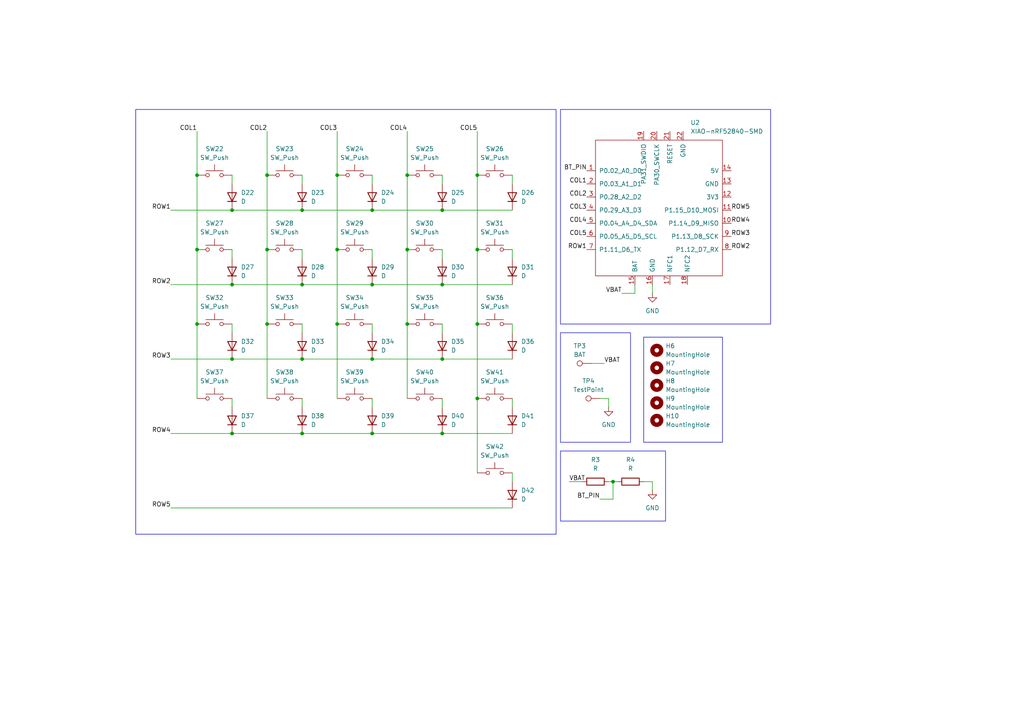
<source format=kicad_sch>
(kicad_sch
	(version 20250114)
	(generator "eeschema")
	(generator_version "9.0")
	(uuid "dceadf02-b5ea-4313-b361-92ce8da7703c")
	(paper "A4")
	(lib_symbols
		(symbol "Connector:TestPoint"
			(pin_numbers
				(hide yes)
			)
			(pin_names
				(offset 0.762)
				(hide yes)
			)
			(exclude_from_sim no)
			(in_bom yes)
			(on_board yes)
			(property "Reference" "TP"
				(at 0 6.858 0)
				(effects
					(font
						(size 1.27 1.27)
					)
				)
			)
			(property "Value" "TestPoint"
				(at 0 5.08 0)
				(effects
					(font
						(size 1.27 1.27)
					)
				)
			)
			(property "Footprint" ""
				(at 5.08 0 0)
				(effects
					(font
						(size 1.27 1.27)
					)
					(hide yes)
				)
			)
			(property "Datasheet" "~"
				(at 5.08 0 0)
				(effects
					(font
						(size 1.27 1.27)
					)
					(hide yes)
				)
			)
			(property "Description" "test point"
				(at 0 0 0)
				(effects
					(font
						(size 1.27 1.27)
					)
					(hide yes)
				)
			)
			(property "ki_keywords" "test point tp"
				(at 0 0 0)
				(effects
					(font
						(size 1.27 1.27)
					)
					(hide yes)
				)
			)
			(property "ki_fp_filters" "Pin* Test*"
				(at 0 0 0)
				(effects
					(font
						(size 1.27 1.27)
					)
					(hide yes)
				)
			)
			(symbol "TestPoint_0_1"
				(circle
					(center 0 3.302)
					(radius 0.762)
					(stroke
						(width 0)
						(type default)
					)
					(fill
						(type none)
					)
				)
			)
			(symbol "TestPoint_1_1"
				(pin passive line
					(at 0 0 90)
					(length 2.54)
					(name "1"
						(effects
							(font
								(size 1.27 1.27)
							)
						)
					)
					(number "1"
						(effects
							(font
								(size 1.27 1.27)
							)
						)
					)
				)
			)
			(embedded_fonts no)
		)
		(symbol "Device:D"
			(pin_numbers
				(hide yes)
			)
			(pin_names
				(offset 1.016)
				(hide yes)
			)
			(exclude_from_sim no)
			(in_bom yes)
			(on_board yes)
			(property "Reference" "D"
				(at 0 2.54 0)
				(effects
					(font
						(size 1.27 1.27)
					)
				)
			)
			(property "Value" "D"
				(at 0 -2.54 0)
				(effects
					(font
						(size 1.27 1.27)
					)
				)
			)
			(property "Footprint" ""
				(at 0 0 0)
				(effects
					(font
						(size 1.27 1.27)
					)
					(hide yes)
				)
			)
			(property "Datasheet" "~"
				(at 0 0 0)
				(effects
					(font
						(size 1.27 1.27)
					)
					(hide yes)
				)
			)
			(property "Description" "Diode"
				(at 0 0 0)
				(effects
					(font
						(size 1.27 1.27)
					)
					(hide yes)
				)
			)
			(property "Sim.Device" "D"
				(at 0 0 0)
				(effects
					(font
						(size 1.27 1.27)
					)
					(hide yes)
				)
			)
			(property "Sim.Pins" "1=K 2=A"
				(at 0 0 0)
				(effects
					(font
						(size 1.27 1.27)
					)
					(hide yes)
				)
			)
			(property "ki_keywords" "diode"
				(at 0 0 0)
				(effects
					(font
						(size 1.27 1.27)
					)
					(hide yes)
				)
			)
			(property "ki_fp_filters" "TO-???* *_Diode_* *SingleDiode* D_*"
				(at 0 0 0)
				(effects
					(font
						(size 1.27 1.27)
					)
					(hide yes)
				)
			)
			(symbol "D_0_1"
				(polyline
					(pts
						(xy -1.27 1.27) (xy -1.27 -1.27)
					)
					(stroke
						(width 0.254)
						(type default)
					)
					(fill
						(type none)
					)
				)
				(polyline
					(pts
						(xy 1.27 1.27) (xy 1.27 -1.27) (xy -1.27 0) (xy 1.27 1.27)
					)
					(stroke
						(width 0.254)
						(type default)
					)
					(fill
						(type none)
					)
				)
				(polyline
					(pts
						(xy 1.27 0) (xy -1.27 0)
					)
					(stroke
						(width 0)
						(type default)
					)
					(fill
						(type none)
					)
				)
			)
			(symbol "D_1_1"
				(pin passive line
					(at -3.81 0 0)
					(length 2.54)
					(name "K"
						(effects
							(font
								(size 1.27 1.27)
							)
						)
					)
					(number "1"
						(effects
							(font
								(size 1.27 1.27)
							)
						)
					)
				)
				(pin passive line
					(at 3.81 0 180)
					(length 2.54)
					(name "A"
						(effects
							(font
								(size 1.27 1.27)
							)
						)
					)
					(number "2"
						(effects
							(font
								(size 1.27 1.27)
							)
						)
					)
				)
			)
			(embedded_fonts no)
		)
		(symbol "Device:R"
			(pin_numbers
				(hide yes)
			)
			(pin_names
				(offset 0)
			)
			(exclude_from_sim no)
			(in_bom yes)
			(on_board yes)
			(property "Reference" "R"
				(at 2.032 0 90)
				(effects
					(font
						(size 1.27 1.27)
					)
				)
			)
			(property "Value" "R"
				(at 0 0 90)
				(effects
					(font
						(size 1.27 1.27)
					)
				)
			)
			(property "Footprint" ""
				(at -1.778 0 90)
				(effects
					(font
						(size 1.27 1.27)
					)
					(hide yes)
				)
			)
			(property "Datasheet" "~"
				(at 0 0 0)
				(effects
					(font
						(size 1.27 1.27)
					)
					(hide yes)
				)
			)
			(property "Description" "Resistor"
				(at 0 0 0)
				(effects
					(font
						(size 1.27 1.27)
					)
					(hide yes)
				)
			)
			(property "ki_keywords" "R res resistor"
				(at 0 0 0)
				(effects
					(font
						(size 1.27 1.27)
					)
					(hide yes)
				)
			)
			(property "ki_fp_filters" "R_*"
				(at 0 0 0)
				(effects
					(font
						(size 1.27 1.27)
					)
					(hide yes)
				)
			)
			(symbol "R_0_1"
				(rectangle
					(start -1.016 -2.54)
					(end 1.016 2.54)
					(stroke
						(width 0.254)
						(type default)
					)
					(fill
						(type none)
					)
				)
			)
			(symbol "R_1_1"
				(pin passive line
					(at 0 3.81 270)
					(length 1.27)
					(name "~"
						(effects
							(font
								(size 1.27 1.27)
							)
						)
					)
					(number "1"
						(effects
							(font
								(size 1.27 1.27)
							)
						)
					)
				)
				(pin passive line
					(at 0 -3.81 90)
					(length 1.27)
					(name "~"
						(effects
							(font
								(size 1.27 1.27)
							)
						)
					)
					(number "2"
						(effects
							(font
								(size 1.27 1.27)
							)
						)
					)
				)
			)
			(embedded_fonts no)
		)
		(symbol "Mechanical:MountingHole"
			(pin_names
				(offset 1.016)
			)
			(exclude_from_sim no)
			(in_bom no)
			(on_board yes)
			(property "Reference" "H"
				(at 0 5.08 0)
				(effects
					(font
						(size 1.27 1.27)
					)
				)
			)
			(property "Value" "MountingHole"
				(at 0 3.175 0)
				(effects
					(font
						(size 1.27 1.27)
					)
				)
			)
			(property "Footprint" ""
				(at 0 0 0)
				(effects
					(font
						(size 1.27 1.27)
					)
					(hide yes)
				)
			)
			(property "Datasheet" "~"
				(at 0 0 0)
				(effects
					(font
						(size 1.27 1.27)
					)
					(hide yes)
				)
			)
			(property "Description" "Mounting Hole without connection"
				(at 0 0 0)
				(effects
					(font
						(size 1.27 1.27)
					)
					(hide yes)
				)
			)
			(property "ki_keywords" "mounting hole"
				(at 0 0 0)
				(effects
					(font
						(size 1.27 1.27)
					)
					(hide yes)
				)
			)
			(property "ki_fp_filters" "MountingHole*"
				(at 0 0 0)
				(effects
					(font
						(size 1.27 1.27)
					)
					(hide yes)
				)
			)
			(symbol "MountingHole_0_1"
				(circle
					(center 0 0)
					(radius 1.27)
					(stroke
						(width 1.27)
						(type default)
					)
					(fill
						(type none)
					)
				)
			)
			(embedded_fonts no)
		)
		(symbol "OPL:XIAO-nRF52840-SMD"
			(pin_names
				(offset 1.016)
			)
			(exclude_from_sim no)
			(in_bom yes)
			(on_board yes)
			(property "Reference" "U"
				(at -18.542 23.114 0)
				(effects
					(font
						(size 1.27 1.27)
					)
				)
			)
			(property "Value" "XIAO-nRF52840-SMD"
				(at -8.636 21.336 0)
				(effects
					(font
						(size 1.27 1.27)
					)
				)
			)
			(property "Footprint" ""
				(at -8.89 5.08 0)
				(effects
					(font
						(size 1.27 1.27)
					)
					(hide yes)
				)
			)
			(property "Datasheet" ""
				(at -8.89 5.08 0)
				(effects
					(font
						(size 1.27 1.27)
					)
					(hide yes)
				)
			)
			(property "Description" ""
				(at 0 0 0)
				(effects
					(font
						(size 1.27 1.27)
					)
					(hide yes)
				)
			)
			(symbol "XIAO-nRF52840-SMD_0_1"
				(rectangle
					(start -19.05 20.32)
					(end 17.78 -19.05)
					(stroke
						(width 0)
						(type default)
					)
					(fill
						(type none)
					)
				)
			)
			(symbol "XIAO-nRF52840-SMD_1_1"
				(pin passive line
					(at -21.59 11.43 0)
					(length 2.54)
					(name "P0.02_A0_D0"
						(effects
							(font
								(size 1.27 1.27)
							)
						)
					)
					(number "1"
						(effects
							(font
								(size 1.27 1.27)
							)
						)
					)
				)
				(pin passive line
					(at -21.59 7.62 0)
					(length 2.54)
					(name "P0.03_A1_D1"
						(effects
							(font
								(size 1.27 1.27)
							)
						)
					)
					(number "2"
						(effects
							(font
								(size 1.27 1.27)
							)
						)
					)
				)
				(pin passive line
					(at -21.59 3.81 0)
					(length 2.54)
					(name "P0.28_A2_D2"
						(effects
							(font
								(size 1.27 1.27)
							)
						)
					)
					(number "3"
						(effects
							(font
								(size 1.27 1.27)
							)
						)
					)
				)
				(pin passive line
					(at -21.59 0 0)
					(length 2.54)
					(name "P0.29_A3_D3"
						(effects
							(font
								(size 1.27 1.27)
							)
						)
					)
					(number "4"
						(effects
							(font
								(size 1.27 1.27)
							)
						)
					)
				)
				(pin passive line
					(at -21.59 -3.81 0)
					(length 2.54)
					(name "P0.04_A4_D4_SDA"
						(effects
							(font
								(size 1.27 1.27)
							)
						)
					)
					(number "5"
						(effects
							(font
								(size 1.27 1.27)
							)
						)
					)
				)
				(pin passive line
					(at -21.59 -7.62 0)
					(length 2.54)
					(name "P0.05_A5_D5_SCL"
						(effects
							(font
								(size 1.27 1.27)
							)
						)
					)
					(number "6"
						(effects
							(font
								(size 1.27 1.27)
							)
						)
					)
				)
				(pin passive line
					(at -21.59 -11.43 0)
					(length 2.54)
					(name "P1.11_D6_TX"
						(effects
							(font
								(size 1.27 1.27)
							)
						)
					)
					(number "7"
						(effects
							(font
								(size 1.27 1.27)
							)
						)
					)
				)
				(pin passive line
					(at -7.62 -21.59 90)
					(length 2.54)
					(name "BAT"
						(effects
							(font
								(size 1.27 1.27)
							)
						)
					)
					(number "15"
						(effects
							(font
								(size 1.27 1.27)
							)
						)
					)
				)
				(pin passive line
					(at -5.08 22.86 270)
					(length 2.54)
					(name "PA31_SWDIO"
						(effects
							(font
								(size 1.27 1.27)
							)
						)
					)
					(number "19"
						(effects
							(font
								(size 1.27 1.27)
							)
						)
					)
				)
				(pin passive line
					(at -2.54 -21.59 90)
					(length 2.54)
					(name "GND"
						(effects
							(font
								(size 1.27 1.27)
							)
						)
					)
					(number "16"
						(effects
							(font
								(size 1.27 1.27)
							)
						)
					)
				)
				(pin passive line
					(at -1.27 22.86 270)
					(length 2.54)
					(name "PA30_SWCLK"
						(effects
							(font
								(size 1.27 1.27)
							)
						)
					)
					(number "20"
						(effects
							(font
								(size 1.27 1.27)
							)
						)
					)
				)
				(pin passive line
					(at 2.54 22.86 270)
					(length 2.54)
					(name "RESET"
						(effects
							(font
								(size 1.27 1.27)
							)
						)
					)
					(number "21"
						(effects
							(font
								(size 1.27 1.27)
							)
						)
					)
				)
				(pin passive line
					(at 2.54 -21.59 90)
					(length 2.54)
					(name "NFC1"
						(effects
							(font
								(size 1.27 1.27)
							)
						)
					)
					(number "17"
						(effects
							(font
								(size 1.27 1.27)
							)
						)
					)
				)
				(pin passive line
					(at 6.35 22.86 270)
					(length 2.54)
					(name "GND"
						(effects
							(font
								(size 1.27 1.27)
							)
						)
					)
					(number "22"
						(effects
							(font
								(size 1.27 1.27)
							)
						)
					)
				)
				(pin passive line
					(at 7.62 -21.59 90)
					(length 2.54)
					(name "NFC2"
						(effects
							(font
								(size 1.27 1.27)
							)
						)
					)
					(number "18"
						(effects
							(font
								(size 1.27 1.27)
							)
						)
					)
				)
				(pin passive line
					(at 20.32 11.43 180)
					(length 2.54)
					(name "5V"
						(effects
							(font
								(size 1.27 1.27)
							)
						)
					)
					(number "14"
						(effects
							(font
								(size 1.27 1.27)
							)
						)
					)
				)
				(pin passive line
					(at 20.32 7.62 180)
					(length 2.54)
					(name "GND"
						(effects
							(font
								(size 1.27 1.27)
							)
						)
					)
					(number "13"
						(effects
							(font
								(size 1.27 1.27)
							)
						)
					)
				)
				(pin passive line
					(at 20.32 3.81 180)
					(length 2.54)
					(name "3V3"
						(effects
							(font
								(size 1.27 1.27)
							)
						)
					)
					(number "12"
						(effects
							(font
								(size 1.27 1.27)
							)
						)
					)
				)
				(pin passive line
					(at 20.32 0 180)
					(length 2.54)
					(name "P1.15_D10_MOSI"
						(effects
							(font
								(size 1.27 1.27)
							)
						)
					)
					(number "11"
						(effects
							(font
								(size 1.27 1.27)
							)
						)
					)
				)
				(pin passive line
					(at 20.32 -3.81 180)
					(length 2.54)
					(name "P1.14_D9_MISO"
						(effects
							(font
								(size 1.27 1.27)
							)
						)
					)
					(number "10"
						(effects
							(font
								(size 1.27 1.27)
							)
						)
					)
				)
				(pin passive line
					(at 20.32 -7.62 180)
					(length 2.54)
					(name "P1.13_D8_SCK"
						(effects
							(font
								(size 1.27 1.27)
							)
						)
					)
					(number "9"
						(effects
							(font
								(size 1.27 1.27)
							)
						)
					)
				)
				(pin passive line
					(at 20.32 -11.43 180)
					(length 2.54)
					(name "P1.12_D7_RX"
						(effects
							(font
								(size 1.27 1.27)
							)
						)
					)
					(number "8"
						(effects
							(font
								(size 1.27 1.27)
							)
						)
					)
				)
			)
			(embedded_fonts no)
		)
		(symbol "Switch:SW_Push"
			(pin_numbers
				(hide yes)
			)
			(pin_names
				(offset 1.016)
				(hide yes)
			)
			(exclude_from_sim no)
			(in_bom yes)
			(on_board yes)
			(property "Reference" "SW"
				(at 1.27 2.54 0)
				(effects
					(font
						(size 1.27 1.27)
					)
					(justify left)
				)
			)
			(property "Value" "SW_Push"
				(at 0 -1.524 0)
				(effects
					(font
						(size 1.27 1.27)
					)
				)
			)
			(property "Footprint" ""
				(at 0 5.08 0)
				(effects
					(font
						(size 1.27 1.27)
					)
					(hide yes)
				)
			)
			(property "Datasheet" "~"
				(at 0 5.08 0)
				(effects
					(font
						(size 1.27 1.27)
					)
					(hide yes)
				)
			)
			(property "Description" "Push button switch, generic, two pins"
				(at 0 0 0)
				(effects
					(font
						(size 1.27 1.27)
					)
					(hide yes)
				)
			)
			(property "ki_keywords" "switch normally-open pushbutton push-button"
				(at 0 0 0)
				(effects
					(font
						(size 1.27 1.27)
					)
					(hide yes)
				)
			)
			(symbol "SW_Push_0_1"
				(circle
					(center -2.032 0)
					(radius 0.508)
					(stroke
						(width 0)
						(type default)
					)
					(fill
						(type none)
					)
				)
				(polyline
					(pts
						(xy 0 1.27) (xy 0 3.048)
					)
					(stroke
						(width 0)
						(type default)
					)
					(fill
						(type none)
					)
				)
				(circle
					(center 2.032 0)
					(radius 0.508)
					(stroke
						(width 0)
						(type default)
					)
					(fill
						(type none)
					)
				)
				(polyline
					(pts
						(xy 2.54 1.27) (xy -2.54 1.27)
					)
					(stroke
						(width 0)
						(type default)
					)
					(fill
						(type none)
					)
				)
				(pin passive line
					(at -5.08 0 0)
					(length 2.54)
					(name "1"
						(effects
							(font
								(size 1.27 1.27)
							)
						)
					)
					(number "1"
						(effects
							(font
								(size 1.27 1.27)
							)
						)
					)
				)
				(pin passive line
					(at 5.08 0 180)
					(length 2.54)
					(name "2"
						(effects
							(font
								(size 1.27 1.27)
							)
						)
					)
					(number "2"
						(effects
							(font
								(size 1.27 1.27)
							)
						)
					)
				)
			)
			(embedded_fonts no)
		)
		(symbol "power:GND"
			(power)
			(pin_numbers
				(hide yes)
			)
			(pin_names
				(offset 0)
				(hide yes)
			)
			(exclude_from_sim no)
			(in_bom yes)
			(on_board yes)
			(property "Reference" "#PWR"
				(at 0 -6.35 0)
				(effects
					(font
						(size 1.27 1.27)
					)
					(hide yes)
				)
			)
			(property "Value" "GND"
				(at 0 -3.81 0)
				(effects
					(font
						(size 1.27 1.27)
					)
				)
			)
			(property "Footprint" ""
				(at 0 0 0)
				(effects
					(font
						(size 1.27 1.27)
					)
					(hide yes)
				)
			)
			(property "Datasheet" ""
				(at 0 0 0)
				(effects
					(font
						(size 1.27 1.27)
					)
					(hide yes)
				)
			)
			(property "Description" "Power symbol creates a global label with name \"GND\" , ground"
				(at 0 0 0)
				(effects
					(font
						(size 1.27 1.27)
					)
					(hide yes)
				)
			)
			(property "ki_keywords" "global power"
				(at 0 0 0)
				(effects
					(font
						(size 1.27 1.27)
					)
					(hide yes)
				)
			)
			(symbol "GND_0_1"
				(polyline
					(pts
						(xy 0 0) (xy 0 -1.27) (xy 1.27 -1.27) (xy 0 -2.54) (xy -1.27 -1.27) (xy 0 -1.27)
					)
					(stroke
						(width 0)
						(type default)
					)
					(fill
						(type none)
					)
				)
			)
			(symbol "GND_1_1"
				(pin power_in line
					(at 0 0 270)
					(length 0)
					(name "~"
						(effects
							(font
								(size 1.27 1.27)
							)
						)
					)
					(number "1"
						(effects
							(font
								(size 1.27 1.27)
							)
						)
					)
				)
			)
			(embedded_fonts no)
		)
	)
	(rectangle
		(start 39.37 31.75)
		(end 161.29 154.94)
		(stroke
			(width 0)
			(type default)
		)
		(fill
			(type none)
		)
		(uuid 092295e9-10e8-4d5c-90ff-5751165737e2)
	)
	(rectangle
		(start 162.56 31.75)
		(end 223.52 93.98)
		(stroke
			(width 0)
			(type default)
		)
		(fill
			(type none)
		)
		(uuid 13918bd5-db9f-4e95-9f02-afac0a9e861f)
	)
	(rectangle
		(start 162.56 96.52)
		(end 182.88 128.27)
		(stroke
			(width 0)
			(type default)
		)
		(fill
			(type none)
		)
		(uuid 157fbc74-72ec-477e-b3a3-f9cf65055547)
	)
	(rectangle
		(start 186.69 97.79)
		(end 209.55 128.27)
		(stroke
			(width 0)
			(type default)
		)
		(fill
			(type none)
		)
		(uuid de685916-1ce9-40cb-a976-0b7875894cc1)
	)
	(rectangle
		(start 162.56 130.81)
		(end 193.04 151.13)
		(stroke
			(width 0)
			(type default)
		)
		(fill
			(type none)
		)
		(uuid fe8b65df-9c51-44cd-9032-70a77e6203b0)
	)
	(junction
		(at 138.43 72.39)
		(diameter 0)
		(color 0 0 0 0)
		(uuid "02bca430-0ebf-403a-afac-478ab96ca975")
	)
	(junction
		(at 87.63 82.55)
		(diameter 0)
		(color 0 0 0 0)
		(uuid "17f2c9ce-1119-483a-820a-24f02fa2512f")
	)
	(junction
		(at 138.43 93.98)
		(diameter 0)
		(color 0 0 0 0)
		(uuid "1eb85d71-0053-4284-8ccb-879895d425bf")
	)
	(junction
		(at 67.31 104.14)
		(diameter 0)
		(color 0 0 0 0)
		(uuid "277b8dd4-f01c-46cc-9b7e-d8848c8d07c5")
	)
	(junction
		(at 138.43 115.57)
		(diameter 0)
		(color 0 0 0 0)
		(uuid "2d1e4add-0b4e-4470-afc7-acc2d69c9b58")
	)
	(junction
		(at 77.47 72.39)
		(diameter 0)
		(color 0 0 0 0)
		(uuid "2e766d89-9a9b-4c79-b9b6-1aab704295c0")
	)
	(junction
		(at 77.47 50.8)
		(diameter 0)
		(color 0 0 0 0)
		(uuid "51259d09-cef0-4a35-9f9e-34baec7fc795")
	)
	(junction
		(at 57.15 50.8)
		(diameter 0)
		(color 0 0 0 0)
		(uuid "53d66a74-65d9-49f8-922d-8b1a86d5dcfa")
	)
	(junction
		(at 97.79 93.98)
		(diameter 0)
		(color 0 0 0 0)
		(uuid "56d14e90-55bc-42bd-9d5e-e0cc9f6d8e7b")
	)
	(junction
		(at 107.95 60.96)
		(diameter 0)
		(color 0 0 0 0)
		(uuid "5c652583-333d-4c8e-9fab-01e690dd5638")
	)
	(junction
		(at 67.31 60.96)
		(diameter 0)
		(color 0 0 0 0)
		(uuid "5d1b1707-acd3-4da4-990c-866e2a3adbfe")
	)
	(junction
		(at 57.15 93.98)
		(diameter 0)
		(color 0 0 0 0)
		(uuid "5d7b803b-5dfe-4cca-80dc-7f241b5759dc")
	)
	(junction
		(at 118.11 93.98)
		(diameter 0)
		(color 0 0 0 0)
		(uuid "607563bf-5d35-4ecf-a1a6-52268fa827c6")
	)
	(junction
		(at 77.47 93.98)
		(diameter 0)
		(color 0 0 0 0)
		(uuid "63188edd-268f-44c0-b966-498960571ac0")
	)
	(junction
		(at 97.79 72.39)
		(diameter 0)
		(color 0 0 0 0)
		(uuid "6dcf37d5-756d-40e0-8e81-cdd0a0ff2324")
	)
	(junction
		(at 57.15 72.39)
		(diameter 0)
		(color 0 0 0 0)
		(uuid "7133fb69-0da6-4ce2-9836-c4102629386c")
	)
	(junction
		(at 107.95 125.73)
		(diameter 0)
		(color 0 0 0 0)
		(uuid "720b4db4-bba0-4851-b2e8-1dbb24a688e1")
	)
	(junction
		(at 87.63 60.96)
		(diameter 0)
		(color 0 0 0 0)
		(uuid "752af846-58f6-4a7e-b4ba-fb96699c3ec2")
	)
	(junction
		(at 67.31 82.55)
		(diameter 0)
		(color 0 0 0 0)
		(uuid "7cd8934f-d33e-4bca-8838-036aa2f0ab80")
	)
	(junction
		(at 107.95 104.14)
		(diameter 0)
		(color 0 0 0 0)
		(uuid "866dd46c-c6db-42dd-b8c0-59163fc0fec4")
	)
	(junction
		(at 138.43 50.8)
		(diameter 0)
		(color 0 0 0 0)
		(uuid "8ac98c4b-8ad9-4b68-8d83-a9e1d9f4d7cc")
	)
	(junction
		(at 128.27 82.55)
		(diameter 0)
		(color 0 0 0 0)
		(uuid "9652caa4-32b2-445f-b080-003402c0fd74")
	)
	(junction
		(at 177.8 139.7)
		(diameter 0)
		(color 0 0 0 0)
		(uuid "a29d59ea-72b4-4e8e-8cce-ade2601af72b")
	)
	(junction
		(at 128.27 104.14)
		(diameter 0)
		(color 0 0 0 0)
		(uuid "a6aab0cf-798c-49e4-a52e-63c88748ed1b")
	)
	(junction
		(at 67.31 125.73)
		(diameter 0)
		(color 0 0 0 0)
		(uuid "adcd9052-2ce3-42d9-ab78-4b219fb4986b")
	)
	(junction
		(at 118.11 72.39)
		(diameter 0)
		(color 0 0 0 0)
		(uuid "bf7be48f-0d2d-4160-82e4-d108988e5427")
	)
	(junction
		(at 128.27 125.73)
		(diameter 0)
		(color 0 0 0 0)
		(uuid "c0a5b97a-758f-4f80-9262-958ed8ed04c3")
	)
	(junction
		(at 128.27 60.96)
		(diameter 0)
		(color 0 0 0 0)
		(uuid "c862e88d-5ab8-4116-ac6a-3323e7ff7aa6")
	)
	(junction
		(at 118.11 50.8)
		(diameter 0)
		(color 0 0 0 0)
		(uuid "dc7f6046-0785-4dab-be9c-ce0cf956ca6c")
	)
	(junction
		(at 87.63 104.14)
		(diameter 0)
		(color 0 0 0 0)
		(uuid "e42a19f1-ef9e-4f24-b3e5-8438d8258e04")
	)
	(junction
		(at 107.95 82.55)
		(diameter 0)
		(color 0 0 0 0)
		(uuid "e4ba4935-09c3-4c02-b24e-81b86bb18428")
	)
	(junction
		(at 87.63 125.73)
		(diameter 0)
		(color 0 0 0 0)
		(uuid "f063c677-037b-4839-9ce7-9ebb8f14995b")
	)
	(junction
		(at 97.79 50.8)
		(diameter 0)
		(color 0 0 0 0)
		(uuid "f6ee8776-361d-4c8c-99f5-65c3fc21d789")
	)
	(wire
		(pts
			(xy 107.95 104.14) (xy 128.27 104.14)
		)
		(stroke
			(width 0)
			(type default)
		)
		(uuid "134a8d60-8447-4004-a6d1-e686cc4a291e")
	)
	(wire
		(pts
			(xy 67.31 115.57) (xy 67.31 118.11)
		)
		(stroke
			(width 0)
			(type default)
		)
		(uuid "138ecb6a-8120-4c6f-9d8a-01de039b75c6")
	)
	(wire
		(pts
			(xy 176.53 139.7) (xy 177.8 139.7)
		)
		(stroke
			(width 0)
			(type default)
		)
		(uuid "139fa2d8-1445-4180-9ab8-5d21ce1896be")
	)
	(wire
		(pts
			(xy 87.63 72.39) (xy 87.63 74.93)
		)
		(stroke
			(width 0)
			(type default)
		)
		(uuid "1b839db3-75de-4938-986f-20c345224882")
	)
	(wire
		(pts
			(xy 138.43 50.8) (xy 138.43 72.39)
		)
		(stroke
			(width 0)
			(type default)
		)
		(uuid "1b973a7c-bc2a-4b70-b5a1-ff8dbc4515b9")
	)
	(wire
		(pts
			(xy 128.27 60.96) (xy 148.59 60.96)
		)
		(stroke
			(width 0)
			(type default)
		)
		(uuid "1d55c135-40c0-4c15-81ae-afde3108bf9a")
	)
	(wire
		(pts
			(xy 138.43 115.57) (xy 138.43 137.16)
		)
		(stroke
			(width 0)
			(type default)
		)
		(uuid "1e382dbc-1205-44b1-9e33-b8d1ad4dc562")
	)
	(wire
		(pts
			(xy 138.43 93.98) (xy 138.43 115.57)
		)
		(stroke
			(width 0)
			(type default)
		)
		(uuid "1f038b89-236a-406f-b954-28a35cba7873")
	)
	(wire
		(pts
			(xy 67.31 93.98) (xy 67.31 96.52)
		)
		(stroke
			(width 0)
			(type default)
		)
		(uuid "1f4b6a42-6953-4bad-a565-4a63f66c4b39")
	)
	(wire
		(pts
			(xy 128.27 125.73) (xy 148.59 125.73)
		)
		(stroke
			(width 0)
			(type default)
		)
		(uuid "200f16b8-a7fe-4d59-9113-ab969b57b93b")
	)
	(wire
		(pts
			(xy 186.69 139.7) (xy 189.23 139.7)
		)
		(stroke
			(width 0)
			(type default)
		)
		(uuid "231546a9-7826-41ee-8907-c0ae981ef48e")
	)
	(wire
		(pts
			(xy 148.59 115.57) (xy 148.59 118.11)
		)
		(stroke
			(width 0)
			(type default)
		)
		(uuid "248095d9-9bd0-4255-851b-582f1ab8207e")
	)
	(wire
		(pts
			(xy 138.43 38.1) (xy 138.43 50.8)
		)
		(stroke
			(width 0)
			(type default)
		)
		(uuid "24968f28-6018-4ec7-b7aa-3ed23a92d08f")
	)
	(wire
		(pts
			(xy 67.31 72.39) (xy 67.31 74.93)
		)
		(stroke
			(width 0)
			(type default)
		)
		(uuid "24a9c8b0-585a-40fe-90bb-0f713d408ce1")
	)
	(wire
		(pts
			(xy 57.15 50.8) (xy 57.15 72.39)
		)
		(stroke
			(width 0)
			(type default)
		)
		(uuid "256395d7-7566-40a8-844c-aac6cfe83d78")
	)
	(wire
		(pts
			(xy 107.95 50.8) (xy 107.95 53.34)
		)
		(stroke
			(width 0)
			(type default)
		)
		(uuid "265c04f5-e5b2-4993-bc9f-58ee4bc8f629")
	)
	(wire
		(pts
			(xy 128.27 115.57) (xy 128.27 118.11)
		)
		(stroke
			(width 0)
			(type default)
		)
		(uuid "26aa90e6-902a-4bf8-9cf1-17174b7c02d4")
	)
	(wire
		(pts
			(xy 49.53 82.55) (xy 67.31 82.55)
		)
		(stroke
			(width 0)
			(type default)
		)
		(uuid "2941154c-10e2-478e-8122-91c5a845bf75")
	)
	(wire
		(pts
			(xy 176.53 115.57) (xy 176.53 118.11)
		)
		(stroke
			(width 0)
			(type default)
		)
		(uuid "2b406109-d520-4cd6-afc5-f746c1ad267e")
	)
	(wire
		(pts
			(xy 177.8 139.7) (xy 179.07 139.7)
		)
		(stroke
			(width 0)
			(type default)
		)
		(uuid "2c4400ec-2adb-41d0-8978-a4341ac32f0c")
	)
	(wire
		(pts
			(xy 148.59 50.8) (xy 148.59 53.34)
		)
		(stroke
			(width 0)
			(type default)
		)
		(uuid "2f23f617-b372-4272-b438-c5546a255aa8")
	)
	(wire
		(pts
			(xy 97.79 50.8) (xy 97.79 72.39)
		)
		(stroke
			(width 0)
			(type default)
		)
		(uuid "31bb2eb7-1f54-443a-b78c-e410472851be")
	)
	(wire
		(pts
			(xy 107.95 93.98) (xy 107.95 96.52)
		)
		(stroke
			(width 0)
			(type default)
		)
		(uuid "3c7ee984-f467-40b2-a9e9-0d4de9985758")
	)
	(wire
		(pts
			(xy 87.63 115.57) (xy 87.63 118.11)
		)
		(stroke
			(width 0)
			(type default)
		)
		(uuid "41e9a110-d63f-4f4b-b518-b9358b1ba654")
	)
	(wire
		(pts
			(xy 171.45 105.41) (xy 175.26 105.41)
		)
		(stroke
			(width 0)
			(type default)
		)
		(uuid "425e7eb2-5c16-420f-b896-40b13542393d")
	)
	(wire
		(pts
			(xy 165.1 139.7) (xy 168.91 139.7)
		)
		(stroke
			(width 0)
			(type default)
		)
		(uuid "44598ab2-cbb2-4e4b-894c-345dbb36fa8e")
	)
	(wire
		(pts
			(xy 177.8 139.7) (xy 177.8 144.78)
		)
		(stroke
			(width 0)
			(type default)
		)
		(uuid "473cc7c5-0b34-42ca-8fad-af31b4268c55")
	)
	(wire
		(pts
			(xy 118.11 38.1) (xy 118.11 50.8)
		)
		(stroke
			(width 0)
			(type default)
		)
		(uuid "480e0559-fbaa-43dd-b137-9dfff87b1ae9")
	)
	(wire
		(pts
			(xy 67.31 104.14) (xy 87.63 104.14)
		)
		(stroke
			(width 0)
			(type default)
		)
		(uuid "485be290-68ac-4749-a51c-d3bed4319064")
	)
	(wire
		(pts
			(xy 77.47 50.8) (xy 77.47 72.39)
		)
		(stroke
			(width 0)
			(type default)
		)
		(uuid "53c96318-3bdd-4c91-b0bc-a7735e1e55dd")
	)
	(wire
		(pts
			(xy 67.31 82.55) (xy 87.63 82.55)
		)
		(stroke
			(width 0)
			(type default)
		)
		(uuid "5c3a8a15-6a2c-4e32-ad73-e0267752d498")
	)
	(wire
		(pts
			(xy 118.11 93.98) (xy 118.11 115.57)
		)
		(stroke
			(width 0)
			(type default)
		)
		(uuid "5ccad344-9e83-4325-a540-bb4c7fe29198")
	)
	(wire
		(pts
			(xy 173.99 115.57) (xy 176.53 115.57)
		)
		(stroke
			(width 0)
			(type default)
		)
		(uuid "67094ddf-236b-4dc2-97b0-5d78e942dd1d")
	)
	(wire
		(pts
			(xy 67.31 60.96) (xy 87.63 60.96)
		)
		(stroke
			(width 0)
			(type default)
		)
		(uuid "67340a56-164e-45f0-8e9b-c970567cb7ad")
	)
	(wire
		(pts
			(xy 184.15 82.55) (xy 184.15 85.09)
		)
		(stroke
			(width 0)
			(type default)
		)
		(uuid "6863d28f-ba66-448c-8e2d-b7dbe2cc2578")
	)
	(wire
		(pts
			(xy 97.79 93.98) (xy 97.79 115.57)
		)
		(stroke
			(width 0)
			(type default)
		)
		(uuid "691efff0-de99-4da5-a379-b71a81b703c8")
	)
	(wire
		(pts
			(xy 87.63 93.98) (xy 87.63 96.52)
		)
		(stroke
			(width 0)
			(type default)
		)
		(uuid "6a6eda8b-1c3b-42cc-9b46-40cfdca9b7d9")
	)
	(wire
		(pts
			(xy 107.95 60.96) (xy 128.27 60.96)
		)
		(stroke
			(width 0)
			(type default)
		)
		(uuid "6ca00da6-ea60-4ac7-b79c-99ac1b47f2b7")
	)
	(wire
		(pts
			(xy 107.95 82.55) (xy 128.27 82.55)
		)
		(stroke
			(width 0)
			(type default)
		)
		(uuid "84c5d937-2d71-4a92-a049-bef17d671923")
	)
	(wire
		(pts
			(xy 173.99 144.78) (xy 177.8 144.78)
		)
		(stroke
			(width 0)
			(type default)
		)
		(uuid "8bd2f776-5342-4c10-b2ef-037ad216a1e9")
	)
	(wire
		(pts
			(xy 180.34 85.09) (xy 184.15 85.09)
		)
		(stroke
			(width 0)
			(type default)
		)
		(uuid "8f4ee743-154c-40f3-9064-364980bcafea")
	)
	(wire
		(pts
			(xy 57.15 72.39) (xy 57.15 93.98)
		)
		(stroke
			(width 0)
			(type default)
		)
		(uuid "90f3fa84-5d2f-41f4-8f59-75a832b5e24c")
	)
	(wire
		(pts
			(xy 118.11 72.39) (xy 118.11 93.98)
		)
		(stroke
			(width 0)
			(type default)
		)
		(uuid "935d774e-106e-4b2e-acdd-0620ab98f16b")
	)
	(wire
		(pts
			(xy 128.27 72.39) (xy 128.27 74.93)
		)
		(stroke
			(width 0)
			(type default)
		)
		(uuid "95313bae-42d2-4e1e-a8bd-14e992110d73")
	)
	(wire
		(pts
			(xy 97.79 38.1) (xy 97.79 50.8)
		)
		(stroke
			(width 0)
			(type default)
		)
		(uuid "95349f43-fa07-4bdd-9490-fc3967b3d968")
	)
	(wire
		(pts
			(xy 107.95 72.39) (xy 107.95 74.93)
		)
		(stroke
			(width 0)
			(type default)
		)
		(uuid "9c3337dd-0407-449f-bfda-92c338dcf267")
	)
	(wire
		(pts
			(xy 107.95 115.57) (xy 107.95 118.11)
		)
		(stroke
			(width 0)
			(type default)
		)
		(uuid "9f561e39-00a8-426b-bb10-96b5f5ed9478")
	)
	(wire
		(pts
			(xy 49.53 125.73) (xy 67.31 125.73)
		)
		(stroke
			(width 0)
			(type default)
		)
		(uuid "a1583956-6e15-47e6-8732-63bbde0b1b07")
	)
	(wire
		(pts
			(xy 148.59 72.39) (xy 148.59 74.93)
		)
		(stroke
			(width 0)
			(type default)
		)
		(uuid "a1bcfae5-63b7-4f3a-8743-d749cd4c61f6")
	)
	(wire
		(pts
			(xy 57.15 93.98) (xy 57.15 115.57)
		)
		(stroke
			(width 0)
			(type default)
		)
		(uuid "a2f8c6a7-a9cb-4c45-b3c9-392b7d19d5ee")
	)
	(wire
		(pts
			(xy 49.53 104.14) (xy 67.31 104.14)
		)
		(stroke
			(width 0)
			(type default)
		)
		(uuid "a4688822-106c-449d-9111-5ab8ca530887")
	)
	(wire
		(pts
			(xy 128.27 104.14) (xy 148.59 104.14)
		)
		(stroke
			(width 0)
			(type default)
		)
		(uuid "a4b2021b-25af-47a8-9e5b-496998cf2297")
	)
	(wire
		(pts
			(xy 87.63 50.8) (xy 87.63 53.34)
		)
		(stroke
			(width 0)
			(type default)
		)
		(uuid "b01adc7a-cb7c-45f0-8dc6-4e5791d3f6e5")
	)
	(wire
		(pts
			(xy 189.23 139.7) (xy 189.23 142.24)
		)
		(stroke
			(width 0)
			(type default)
		)
		(uuid "b31fc626-6944-4cba-9396-325c1fa16abc")
	)
	(wire
		(pts
			(xy 107.95 125.73) (xy 128.27 125.73)
		)
		(stroke
			(width 0)
			(type default)
		)
		(uuid "b5ef6dc9-7805-4184-9c14-c54e296da2c6")
	)
	(wire
		(pts
			(xy 67.31 125.73) (xy 87.63 125.73)
		)
		(stroke
			(width 0)
			(type default)
		)
		(uuid "b6f4aa0d-3401-4cfb-9520-037433ee4620")
	)
	(wire
		(pts
			(xy 87.63 82.55) (xy 107.95 82.55)
		)
		(stroke
			(width 0)
			(type default)
		)
		(uuid "bb337e5e-254c-4206-8a38-2affb8e27029")
	)
	(wire
		(pts
			(xy 67.31 50.8) (xy 67.31 53.34)
		)
		(stroke
			(width 0)
			(type default)
		)
		(uuid "bd65c9cd-3f58-425c-bc64-6a28867955c7")
	)
	(wire
		(pts
			(xy 87.63 60.96) (xy 107.95 60.96)
		)
		(stroke
			(width 0)
			(type default)
		)
		(uuid "be69e036-81e3-4c5d-8e08-466106fd2640")
	)
	(wire
		(pts
			(xy 77.47 38.1) (xy 77.47 50.8)
		)
		(stroke
			(width 0)
			(type default)
		)
		(uuid "c49bcced-d2c1-47e0-baaf-791246cef197")
	)
	(wire
		(pts
			(xy 128.27 82.55) (xy 148.59 82.55)
		)
		(stroke
			(width 0)
			(type default)
		)
		(uuid "c9eec6cf-008d-4eb7-bb31-131fffb83783")
	)
	(wire
		(pts
			(xy 128.27 50.8) (xy 128.27 53.34)
		)
		(stroke
			(width 0)
			(type default)
		)
		(uuid "cbcb3ce4-e60e-4fa2-bb76-04e1dbf0bd9e")
	)
	(wire
		(pts
			(xy 49.53 60.96) (xy 67.31 60.96)
		)
		(stroke
			(width 0)
			(type default)
		)
		(uuid "cd258dbb-b0f1-4cf6-a00b-ae801fa8d67d")
	)
	(wire
		(pts
			(xy 77.47 72.39) (xy 77.47 93.98)
		)
		(stroke
			(width 0)
			(type default)
		)
		(uuid "d2256777-5afd-4927-b7cc-b8036429b525")
	)
	(wire
		(pts
			(xy 148.59 137.16) (xy 148.59 139.7)
		)
		(stroke
			(width 0)
			(type default)
		)
		(uuid "d380e3ff-f3a7-49b1-b435-991ad2531e24")
	)
	(wire
		(pts
			(xy 57.15 38.1) (xy 57.15 50.8)
		)
		(stroke
			(width 0)
			(type default)
		)
		(uuid "d7d3650b-6740-41e7-8556-3c7b8c380b5e")
	)
	(wire
		(pts
			(xy 87.63 125.73) (xy 107.95 125.73)
		)
		(stroke
			(width 0)
			(type default)
		)
		(uuid "e1d13c3d-dc9b-4ebf-b2d2-e074012b0b29")
	)
	(wire
		(pts
			(xy 97.79 72.39) (xy 97.79 93.98)
		)
		(stroke
			(width 0)
			(type default)
		)
		(uuid "e8754ca3-d7d9-4719-a2d0-491844fa7ec7")
	)
	(wire
		(pts
			(xy 189.23 82.55) (xy 189.23 85.09)
		)
		(stroke
			(width 0)
			(type default)
		)
		(uuid "eaa735d4-cfb2-4889-b09f-e2097442a7d1")
	)
	(wire
		(pts
			(xy 148.59 93.98) (xy 148.59 96.52)
		)
		(stroke
			(width 0)
			(type default)
		)
		(uuid "ec8f0888-1026-4319-a00e-18885fc4d05e")
	)
	(wire
		(pts
			(xy 87.63 104.14) (xy 107.95 104.14)
		)
		(stroke
			(width 0)
			(type default)
		)
		(uuid "eece2a73-b812-491d-ba4c-44b07c8c5aad")
	)
	(wire
		(pts
			(xy 118.11 50.8) (xy 118.11 72.39)
		)
		(stroke
			(width 0)
			(type default)
		)
		(uuid "f43712f0-e1bf-4e3f-9420-ff242ef86c4c")
	)
	(wire
		(pts
			(xy 138.43 72.39) (xy 138.43 93.98)
		)
		(stroke
			(width 0)
			(type default)
		)
		(uuid "f544a74b-d155-4a38-a6f9-028cb4af2e0c")
	)
	(wire
		(pts
			(xy 77.47 93.98) (xy 77.47 115.57)
		)
		(stroke
			(width 0)
			(type default)
		)
		(uuid "fa84093a-b041-4d69-9129-22b25570b4b2")
	)
	(wire
		(pts
			(xy 128.27 93.98) (xy 128.27 96.52)
		)
		(stroke
			(width 0)
			(type default)
		)
		(uuid "fb3266b3-3341-4fd2-989f-2fe8022b8800")
	)
	(wire
		(pts
			(xy 49.53 147.32) (xy 148.59 147.32)
		)
		(stroke
			(width 0)
			(type default)
		)
		(uuid "fdbb756a-3148-4e59-8bbb-ef4104ab6dba")
	)
	(label "BT_PIN"
		(at 170.18 49.53 180)
		(effects
			(font
				(size 1.27 1.27)
			)
			(justify right bottom)
		)
		(uuid "06019187-fd91-4e39-bb9c-472b241cefee")
	)
	(label "ROW1"
		(at 49.53 60.96 180)
		(effects
			(font
				(size 1.27 1.27)
			)
			(justify right bottom)
		)
		(uuid "0bbefc93-0772-48a5-a6c9-917670327dd6")
	)
	(label "ROW3"
		(at 49.53 104.14 180)
		(effects
			(font
				(size 1.27 1.27)
			)
			(justify right bottom)
		)
		(uuid "128fd336-7e6c-40ee-b322-eedd8e5e4025")
	)
	(label "ROW1"
		(at 170.18 72.39 180)
		(effects
			(font
				(size 1.27 1.27)
			)
			(justify right bottom)
		)
		(uuid "3a1293ac-fd94-400a-8aa6-87e59321576a")
	)
	(label "ROW2"
		(at 212.09 72.39 0)
		(effects
			(font
				(size 1.27 1.27)
			)
			(justify left bottom)
		)
		(uuid "5b9b38a0-8fb9-41eb-829d-f39433a9ce06")
	)
	(label "ROW2"
		(at 49.53 82.55 180)
		(effects
			(font
				(size 1.27 1.27)
			)
			(justify right bottom)
		)
		(uuid "6ba1b2c6-8ddc-4ae5-b223-69b40648b239")
	)
	(label "VBAT"
		(at 165.1 139.7 0)
		(effects
			(font
				(size 1.27 1.27)
			)
			(justify left bottom)
		)
		(uuid "6f961372-0836-4739-b151-a93fdffd9c72")
	)
	(label "COL1"
		(at 170.18 53.34 180)
		(effects
			(font
				(size 1.27 1.27)
			)
			(justify right bottom)
		)
		(uuid "7434c5fc-4a4d-4645-b541-ca9a2b2e4741")
	)
	(label "VBAT"
		(at 175.26 105.41 0)
		(effects
			(font
				(size 1.27 1.27)
			)
			(justify left bottom)
		)
		(uuid "7705b577-95f7-4bdb-8d62-331f423719b8")
	)
	(label "COL1"
		(at 57.15 38.1 180)
		(effects
			(font
				(size 1.27 1.27)
			)
			(justify right bottom)
		)
		(uuid "792d8506-801b-4bde-bd22-7f419f4730cd")
	)
	(label "COL4"
		(at 170.18 64.77 180)
		(effects
			(font
				(size 1.27 1.27)
			)
			(justify right bottom)
		)
		(uuid "8460cbc2-b922-4094-a195-af31c926c54a")
	)
	(label "ROW4"
		(at 49.53 125.73 180)
		(effects
			(font
				(size 1.27 1.27)
			)
			(justify right bottom)
		)
		(uuid "9128667f-d101-4c7b-807b-190920eecdfe")
	)
	(label "COL3"
		(at 170.18 60.96 180)
		(effects
			(font
				(size 1.27 1.27)
			)
			(justify right bottom)
		)
		(uuid "9a03834b-761a-456d-b589-aa8abca8b555")
	)
	(label "COL2"
		(at 170.18 57.15 180)
		(effects
			(font
				(size 1.27 1.27)
			)
			(justify right bottom)
		)
		(uuid "9fff2758-9fd5-48c6-82c6-b4b01d0213bb")
	)
	(label "ROW4"
		(at 212.09 64.77 0)
		(effects
			(font
				(size 1.27 1.27)
			)
			(justify left bottom)
		)
		(uuid "a1101435-45d8-4272-8acc-32692bf9eb4a")
	)
	(label "COL3"
		(at 97.79 38.1 180)
		(effects
			(font
				(size 1.27 1.27)
			)
			(justify right bottom)
		)
		(uuid "a9bb1be8-3936-4072-8889-484005dfa97c")
	)
	(label "COL5"
		(at 170.18 68.58 180)
		(effects
			(font
				(size 1.27 1.27)
			)
			(justify right bottom)
		)
		(uuid "b982a96a-1a41-4bdb-9791-a1a617fd6158")
	)
	(label "ROW5"
		(at 212.09 60.96 0)
		(effects
			(font
				(size 1.27 1.27)
			)
			(justify left bottom)
		)
		(uuid "cb1caa7b-e835-4c2c-a68e-7241fc28352e")
	)
	(label "COL2"
		(at 77.47 38.1 180)
		(effects
			(font
				(size 1.27 1.27)
			)
			(justify right bottom)
		)
		(uuid "d32f8031-846e-4fbc-af6f-d3bb9f5650fe")
	)
	(label "VBAT"
		(at 180.34 85.09 180)
		(effects
			(font
				(size 1.27 1.27)
			)
			(justify right bottom)
		)
		(uuid "d3d4f6c0-bb7a-4e71-a192-6a205e549d62")
	)
	(label "ROW3"
		(at 212.09 68.58 0)
		(effects
			(font
				(size 1.27 1.27)
			)
			(justify left bottom)
		)
		(uuid "e0514f58-3482-4aeb-b037-cbdbc09a37ad")
	)
	(label "ROW5"
		(at 49.53 147.32 180)
		(effects
			(font
				(size 1.27 1.27)
			)
			(justify right bottom)
		)
		(uuid "e4762d67-4a50-45a9-8100-14dcce1b6c3e")
	)
	(label "BT_PIN"
		(at 173.99 144.78 180)
		(effects
			(font
				(size 1.27 1.27)
			)
			(justify right bottom)
		)
		(uuid "e807ad4e-b4de-46c9-ae1c-7b6a8450cde3")
	)
	(label "COL4"
		(at 118.11 38.1 180)
		(effects
			(font
				(size 1.27 1.27)
			)
			(justify right bottom)
		)
		(uuid "e9f4e9e9-dc5c-441b-a05e-ab300ae599cd")
	)
	(label "COL5"
		(at 138.43 38.1 180)
		(effects
			(font
				(size 1.27 1.27)
			)
			(justify right bottom)
		)
		(uuid "f5964fce-9e5a-4d1b-90c4-66b1845d6b1d")
	)
	(symbol
		(lib_id "Switch:SW_Push")
		(at 143.51 50.8 0)
		(unit 1)
		(exclude_from_sim no)
		(in_bom yes)
		(on_board yes)
		(dnp no)
		(fields_autoplaced yes)
		(uuid "1909004d-0f41-463c-bb7f-08a536e16963")
		(property "Reference" "SW5"
			(at 143.51 43.18 0)
			(effects
				(font
					(size 1.27 1.27)
				)
			)
		)
		(property "Value" "SW_Push"
			(at 143.51 45.72 0)
			(effects
				(font
					(size 1.27 1.27)
				)
			)
		)
		(property "Footprint" ""
			(at 143.51 45.72 0)
			(effects
				(font
					(size 1.27 1.27)
				)
				(hide yes)
			)
		)
		(property "Datasheet" "~"
			(at 143.51 45.72 0)
			(effects
				(font
					(size 1.27 1.27)
				)
				(hide yes)
			)
		)
		(property "Description" "Push button switch, generic, two pins"
			(at 143.51 50.8 0)
			(effects
				(font
					(size 1.27 1.27)
				)
				(hide yes)
			)
		)
		(pin "2"
			(uuid "959307a0-aab6-4834-a36b-611c64292380")
		)
		(pin "1"
			(uuid "52f09feb-f103-476d-a302-a4a108482fb9")
		)
		(instances
			(project "CreamyKeyz"
				(path "/aa4900e4-d81d-4b62-9e13-3173c05826b8/d76bb9b3-c418-46dc-aa05-b7d7fc4e1b07"
					(reference "SW26")
					(unit 1)
				)
				(path "/aa4900e4-d81d-4b62-9e13-3173c05826b8/f08d0b2e-5fa7-4e8a-9a60-ecf495d02b53"
					(reference "SW5")
					(unit 1)
				)
			)
		)
	)
	(symbol
		(lib_id "Switch:SW_Push")
		(at 102.87 93.98 0)
		(unit 1)
		(exclude_from_sim no)
		(in_bom yes)
		(on_board yes)
		(dnp no)
		(fields_autoplaced yes)
		(uuid "2d727719-220f-4f0f-afa5-c0fd3a356e5b")
		(property "Reference" "SW13"
			(at 102.87 86.36 0)
			(effects
				(font
					(size 1.27 1.27)
				)
			)
		)
		(property "Value" "SW_Push"
			(at 102.87 88.9 0)
			(effects
				(font
					(size 1.27 1.27)
				)
			)
		)
		(property "Footprint" ""
			(at 102.87 88.9 0)
			(effects
				(font
					(size 1.27 1.27)
				)
				(hide yes)
			)
		)
		(property "Datasheet" "~"
			(at 102.87 88.9 0)
			(effects
				(font
					(size 1.27 1.27)
				)
				(hide yes)
			)
		)
		(property "Description" "Push button switch, generic, two pins"
			(at 102.87 93.98 0)
			(effects
				(font
					(size 1.27 1.27)
				)
				(hide yes)
			)
		)
		(pin "2"
			(uuid "b243efa0-22aa-40ae-b781-9252d22dfa71")
		)
		(pin "1"
			(uuid "c113fda9-f683-4e20-bb32-b15e644093e9")
		)
		(instances
			(project "CreamyKeyz"
				(path "/aa4900e4-d81d-4b62-9e13-3173c05826b8/d76bb9b3-c418-46dc-aa05-b7d7fc4e1b07"
					(reference "SW34")
					(unit 1)
				)
				(path "/aa4900e4-d81d-4b62-9e13-3173c05826b8/f08d0b2e-5fa7-4e8a-9a60-ecf495d02b53"
					(reference "SW13")
					(unit 1)
				)
			)
		)
	)
	(symbol
		(lib_id "Switch:SW_Push")
		(at 143.51 115.57 0)
		(unit 1)
		(exclude_from_sim no)
		(in_bom yes)
		(on_board yes)
		(dnp no)
		(fields_autoplaced yes)
		(uuid "2e0111f0-224c-4382-aa98-9fcb44db2c43")
		(property "Reference" "SW20"
			(at 143.51 107.95 0)
			(effects
				(font
					(size 1.27 1.27)
				)
			)
		)
		(property "Value" "SW_Push"
			(at 143.51 110.49 0)
			(effects
				(font
					(size 1.27 1.27)
				)
			)
		)
		(property "Footprint" ""
			(at 143.51 110.49 0)
			(effects
				(font
					(size 1.27 1.27)
				)
				(hide yes)
			)
		)
		(property "Datasheet" "~"
			(at 143.51 110.49 0)
			(effects
				(font
					(size 1.27 1.27)
				)
				(hide yes)
			)
		)
		(property "Description" "Push button switch, generic, two pins"
			(at 143.51 115.57 0)
			(effects
				(font
					(size 1.27 1.27)
				)
				(hide yes)
			)
		)
		(pin "2"
			(uuid "0a6fcd34-bf55-4294-9117-83dc8e9635b6")
		)
		(pin "1"
			(uuid "17f4be3c-fd19-456a-8f98-65b9116657d2")
		)
		(instances
			(project "CreamyKeyz"
				(path "/aa4900e4-d81d-4b62-9e13-3173c05826b8/d76bb9b3-c418-46dc-aa05-b7d7fc4e1b07"
					(reference "SW41")
					(unit 1)
				)
				(path "/aa4900e4-d81d-4b62-9e13-3173c05826b8/f08d0b2e-5fa7-4e8a-9a60-ecf495d02b53"
					(reference "SW20")
					(unit 1)
				)
			)
		)
	)
	(symbol
		(lib_id "Device:R")
		(at 182.88 139.7 90)
		(unit 1)
		(exclude_from_sim no)
		(in_bom yes)
		(on_board yes)
		(dnp no)
		(fields_autoplaced yes)
		(uuid "2eacc703-6184-4888-986d-805700efbfe4")
		(property "Reference" "R2"
			(at 182.88 133.35 90)
			(effects
				(font
					(size 1.27 1.27)
				)
			)
		)
		(property "Value" "R"
			(at 182.88 135.89 90)
			(effects
				(font
					(size 1.27 1.27)
				)
			)
		)
		(property "Footprint" ""
			(at 182.88 141.478 90)
			(effects
				(font
					(size 1.27 1.27)
				)
				(hide yes)
			)
		)
		(property "Datasheet" "~"
			(at 182.88 139.7 0)
			(effects
				(font
					(size 1.27 1.27)
				)
				(hide yes)
			)
		)
		(property "Description" "Resistor"
			(at 182.88 139.7 0)
			(effects
				(font
					(size 1.27 1.27)
				)
				(hide yes)
			)
		)
		(pin "2"
			(uuid "0172dfb2-b56b-47a6-9bb2-46c1a435ef63")
		)
		(pin "1"
			(uuid "9586c08a-1c5b-47a7-bdf6-9a59b3316262")
		)
		(instances
			(project ""
				(path "/aa4900e4-d81d-4b62-9e13-3173c05826b8/d76bb9b3-c418-46dc-aa05-b7d7fc4e1b07"
					(reference "R4")
					(unit 1)
				)
				(path "/aa4900e4-d81d-4b62-9e13-3173c05826b8/f08d0b2e-5fa7-4e8a-9a60-ecf495d02b53"
					(reference "R2")
					(unit 1)
				)
			)
		)
	)
	(symbol
		(lib_id "Switch:SW_Push")
		(at 82.55 72.39 0)
		(unit 1)
		(exclude_from_sim no)
		(in_bom yes)
		(on_board yes)
		(dnp no)
		(fields_autoplaced yes)
		(uuid "36138b3f-80de-4b51-9f5e-3b4fe39153f6")
		(property "Reference" "SW7"
			(at 82.55 64.77 0)
			(effects
				(font
					(size 1.27 1.27)
				)
			)
		)
		(property "Value" "SW_Push"
			(at 82.55 67.31 0)
			(effects
				(font
					(size 1.27 1.27)
				)
			)
		)
		(property "Footprint" ""
			(at 82.55 67.31 0)
			(effects
				(font
					(size 1.27 1.27)
				)
				(hide yes)
			)
		)
		(property "Datasheet" "~"
			(at 82.55 67.31 0)
			(effects
				(font
					(size 1.27 1.27)
				)
				(hide yes)
			)
		)
		(property "Description" "Push button switch, generic, two pins"
			(at 82.55 72.39 0)
			(effects
				(font
					(size 1.27 1.27)
				)
				(hide yes)
			)
		)
		(pin "2"
			(uuid "a80afdee-bc84-4199-98ae-f5d9c63548ce")
		)
		(pin "1"
			(uuid "66fe752d-0f64-4ffe-823b-015aa5bf6cf0")
		)
		(instances
			(project "CreamyKeyz"
				(path "/aa4900e4-d81d-4b62-9e13-3173c05826b8/d76bb9b3-c418-46dc-aa05-b7d7fc4e1b07"
					(reference "SW28")
					(unit 1)
				)
				(path "/aa4900e4-d81d-4b62-9e13-3173c05826b8/f08d0b2e-5fa7-4e8a-9a60-ecf495d02b53"
					(reference "SW7")
					(unit 1)
				)
			)
		)
	)
	(symbol
		(lib_id "Device:D")
		(at 148.59 57.15 90)
		(unit 1)
		(exclude_from_sim no)
		(in_bom yes)
		(on_board yes)
		(dnp no)
		(fields_autoplaced yes)
		(uuid "3e5b70c7-441f-4e8a-a2a0-27d81993a636")
		(property "Reference" "D5"
			(at 151.13 55.8799 90)
			(effects
				(font
					(size 1.27 1.27)
				)
				(justify right)
			)
		)
		(property "Value" "D"
			(at 151.13 58.4199 90)
			(effects
				(font
					(size 1.27 1.27)
				)
				(justify right)
			)
		)
		(property "Footprint" ""
			(at 148.59 57.15 0)
			(effects
				(font
					(size 1.27 1.27)
				)
				(hide yes)
			)
		)
		(property "Datasheet" "~"
			(at 148.59 57.15 0)
			(effects
				(font
					(size 1.27 1.27)
				)
				(hide yes)
			)
		)
		(property "Description" "Diode"
			(at 148.59 57.15 0)
			(effects
				(font
					(size 1.27 1.27)
				)
				(hide yes)
			)
		)
		(property "Sim.Device" "D"
			(at 148.59 57.15 0)
			(effects
				(font
					(size 1.27 1.27)
				)
				(hide yes)
			)
		)
		(property "Sim.Pins" "1=K 2=A"
			(at 148.59 57.15 0)
			(effects
				(font
					(size 1.27 1.27)
				)
				(hide yes)
			)
		)
		(pin "1"
			(uuid "88883c89-7c30-4ca0-8569-77c21fc8369b")
		)
		(pin "2"
			(uuid "15457b2d-b0f5-4f38-b913-4e2015531ff2")
		)
		(instances
			(project "CreamyKeyz"
				(path "/aa4900e4-d81d-4b62-9e13-3173c05826b8/d76bb9b3-c418-46dc-aa05-b7d7fc4e1b07"
					(reference "D26")
					(unit 1)
				)
				(path "/aa4900e4-d81d-4b62-9e13-3173c05826b8/f08d0b2e-5fa7-4e8a-9a60-ecf495d02b53"
					(reference "D5")
					(unit 1)
				)
			)
		)
	)
	(symbol
		(lib_id "Switch:SW_Push")
		(at 102.87 50.8 0)
		(unit 1)
		(exclude_from_sim no)
		(in_bom yes)
		(on_board yes)
		(dnp no)
		(fields_autoplaced yes)
		(uuid "3fe3e4b4-ca95-4fb1-8b8e-ad19d3470a55")
		(property "Reference" "SW3"
			(at 102.87 43.18 0)
			(effects
				(font
					(size 1.27 1.27)
				)
			)
		)
		(property "Value" "SW_Push"
			(at 102.87 45.72 0)
			(effects
				(font
					(size 1.27 1.27)
				)
			)
		)
		(property "Footprint" ""
			(at 102.87 45.72 0)
			(effects
				(font
					(size 1.27 1.27)
				)
				(hide yes)
			)
		)
		(property "Datasheet" "~"
			(at 102.87 45.72 0)
			(effects
				(font
					(size 1.27 1.27)
				)
				(hide yes)
			)
		)
		(property "Description" "Push button switch, generic, two pins"
			(at 102.87 50.8 0)
			(effects
				(font
					(size 1.27 1.27)
				)
				(hide yes)
			)
		)
		(pin "2"
			(uuid "e1f70349-66f8-4815-8156-5d43fc984d14")
		)
		(pin "1"
			(uuid "eb7b3ee7-341c-4b86-8546-9c206a8a185b")
		)
		(instances
			(project "CreamyKeyz"
				(path "/aa4900e4-d81d-4b62-9e13-3173c05826b8/d76bb9b3-c418-46dc-aa05-b7d7fc4e1b07"
					(reference "SW24")
					(unit 1)
				)
				(path "/aa4900e4-d81d-4b62-9e13-3173c05826b8/f08d0b2e-5fa7-4e8a-9a60-ecf495d02b53"
					(reference "SW3")
					(unit 1)
				)
			)
		)
	)
	(symbol
		(lib_id "Device:D")
		(at 148.59 100.33 90)
		(unit 1)
		(exclude_from_sim no)
		(in_bom yes)
		(on_board yes)
		(dnp no)
		(fields_autoplaced yes)
		(uuid "478b439e-ad93-439c-bc94-3542097f9415")
		(property "Reference" "D15"
			(at 151.13 99.0599 90)
			(effects
				(font
					(size 1.27 1.27)
				)
				(justify right)
			)
		)
		(property "Value" "D"
			(at 151.13 101.5999 90)
			(effects
				(font
					(size 1.27 1.27)
				)
				(justify right)
			)
		)
		(property "Footprint" ""
			(at 148.59 100.33 0)
			(effects
				(font
					(size 1.27 1.27)
				)
				(hide yes)
			)
		)
		(property "Datasheet" "~"
			(at 148.59 100.33 0)
			(effects
				(font
					(size 1.27 1.27)
				)
				(hide yes)
			)
		)
		(property "Description" "Diode"
			(at 148.59 100.33 0)
			(effects
				(font
					(size 1.27 1.27)
				)
				(hide yes)
			)
		)
		(property "Sim.Device" "D"
			(at 148.59 100.33 0)
			(effects
				(font
					(size 1.27 1.27)
				)
				(hide yes)
			)
		)
		(property "Sim.Pins" "1=K 2=A"
			(at 148.59 100.33 0)
			(effects
				(font
					(size 1.27 1.27)
				)
				(hide yes)
			)
		)
		(pin "1"
			(uuid "734d4942-1211-4a7f-80c5-02622501aa24")
		)
		(pin "2"
			(uuid "16bb48b2-0d5d-440e-8cf7-d7c6d32072d9")
		)
		(instances
			(project "CreamyKeyz"
				(path "/aa4900e4-d81d-4b62-9e13-3173c05826b8/d76bb9b3-c418-46dc-aa05-b7d7fc4e1b07"
					(reference "D36")
					(unit 1)
				)
				(path "/aa4900e4-d81d-4b62-9e13-3173c05826b8/f08d0b2e-5fa7-4e8a-9a60-ecf495d02b53"
					(reference "D15")
					(unit 1)
				)
			)
		)
	)
	(symbol
		(lib_id "Switch:SW_Push")
		(at 143.51 93.98 0)
		(unit 1)
		(exclude_from_sim no)
		(in_bom yes)
		(on_board yes)
		(dnp no)
		(fields_autoplaced yes)
		(uuid "4a63c525-d030-45f9-bdae-116579fb5404")
		(property "Reference" "SW15"
			(at 143.51 86.36 0)
			(effects
				(font
					(size 1.27 1.27)
				)
			)
		)
		(property "Value" "SW_Push"
			(at 143.51 88.9 0)
			(effects
				(font
					(size 1.27 1.27)
				)
			)
		)
		(property "Footprint" ""
			(at 143.51 88.9 0)
			(effects
				(font
					(size 1.27 1.27)
				)
				(hide yes)
			)
		)
		(property "Datasheet" "~"
			(at 143.51 88.9 0)
			(effects
				(font
					(size 1.27 1.27)
				)
				(hide yes)
			)
		)
		(property "Description" "Push button switch, generic, two pins"
			(at 143.51 93.98 0)
			(effects
				(font
					(size 1.27 1.27)
				)
				(hide yes)
			)
		)
		(pin "2"
			(uuid "31444a92-7754-4239-b5ba-577418780003")
		)
		(pin "1"
			(uuid "74bf3ed3-4f32-48ad-8fb9-fb9332f9e478")
		)
		(instances
			(project "CreamyKeyz"
				(path "/aa4900e4-d81d-4b62-9e13-3173c05826b8/d76bb9b3-c418-46dc-aa05-b7d7fc4e1b07"
					(reference "SW36")
					(unit 1)
				)
				(path "/aa4900e4-d81d-4b62-9e13-3173c05826b8/f08d0b2e-5fa7-4e8a-9a60-ecf495d02b53"
					(reference "SW15")
					(unit 1)
				)
			)
		)
	)
	(symbol
		(lib_id "Switch:SW_Push")
		(at 102.87 72.39 0)
		(unit 1)
		(exclude_from_sim no)
		(in_bom yes)
		(on_board yes)
		(dnp no)
		(fields_autoplaced yes)
		(uuid "4a8a567e-14b5-4093-b8d7-10ecdfd51ae6")
		(property "Reference" "SW8"
			(at 102.87 64.77 0)
			(effects
				(font
					(size 1.27 1.27)
				)
			)
		)
		(property "Value" "SW_Push"
			(at 102.87 67.31 0)
			(effects
				(font
					(size 1.27 1.27)
				)
			)
		)
		(property "Footprint" ""
			(at 102.87 67.31 0)
			(effects
				(font
					(size 1.27 1.27)
				)
				(hide yes)
			)
		)
		(property "Datasheet" "~"
			(at 102.87 67.31 0)
			(effects
				(font
					(size 1.27 1.27)
				)
				(hide yes)
			)
		)
		(property "Description" "Push button switch, generic, two pins"
			(at 102.87 72.39 0)
			(effects
				(font
					(size 1.27 1.27)
				)
				(hide yes)
			)
		)
		(pin "2"
			(uuid "3b2feb4a-74e5-4288-9705-83d9b201d4a7")
		)
		(pin "1"
			(uuid "934d8e73-ec9f-4462-a98b-9ec57f3ac78a")
		)
		(instances
			(project "CreamyKeyz"
				(path "/aa4900e4-d81d-4b62-9e13-3173c05826b8/d76bb9b3-c418-46dc-aa05-b7d7fc4e1b07"
					(reference "SW29")
					(unit 1)
				)
				(path "/aa4900e4-d81d-4b62-9e13-3173c05826b8/f08d0b2e-5fa7-4e8a-9a60-ecf495d02b53"
					(reference "SW8")
					(unit 1)
				)
			)
		)
	)
	(symbol
		(lib_id "Switch:SW_Push")
		(at 123.19 50.8 0)
		(unit 1)
		(exclude_from_sim no)
		(in_bom yes)
		(on_board yes)
		(dnp no)
		(fields_autoplaced yes)
		(uuid "4b2e79d7-76b3-4a98-b741-39b070f008ec")
		(property "Reference" "SW4"
			(at 123.19 43.18 0)
			(effects
				(font
					(size 1.27 1.27)
				)
			)
		)
		(property "Value" "SW_Push"
			(at 123.19 45.72 0)
			(effects
				(font
					(size 1.27 1.27)
				)
			)
		)
		(property "Footprint" ""
			(at 123.19 45.72 0)
			(effects
				(font
					(size 1.27 1.27)
				)
				(hide yes)
			)
		)
		(property "Datasheet" "~"
			(at 123.19 45.72 0)
			(effects
				(font
					(size 1.27 1.27)
				)
				(hide yes)
			)
		)
		(property "Description" "Push button switch, generic, two pins"
			(at 123.19 50.8 0)
			(effects
				(font
					(size 1.27 1.27)
				)
				(hide yes)
			)
		)
		(pin "2"
			(uuid "1175b77f-1998-4715-8049-b7d7c9ba7ff9")
		)
		(pin "1"
			(uuid "847d161b-6596-40f1-a812-f3fdad258bd3")
		)
		(instances
			(project "CreamyKeyz"
				(path "/aa4900e4-d81d-4b62-9e13-3173c05826b8/d76bb9b3-c418-46dc-aa05-b7d7fc4e1b07"
					(reference "SW25")
					(unit 1)
				)
				(path "/aa4900e4-d81d-4b62-9e13-3173c05826b8/f08d0b2e-5fa7-4e8a-9a60-ecf495d02b53"
					(reference "SW4")
					(unit 1)
				)
			)
		)
	)
	(symbol
		(lib_id "Device:D")
		(at 148.59 143.51 90)
		(unit 1)
		(exclude_from_sim no)
		(in_bom yes)
		(on_board yes)
		(dnp no)
		(fields_autoplaced yes)
		(uuid "5029b02f-bf4c-4621-b23a-e42cc6bb7f3a")
		(property "Reference" "D21"
			(at 151.13 142.2399 90)
			(effects
				(font
					(size 1.27 1.27)
				)
				(justify right)
			)
		)
		(property "Value" "D"
			(at 151.13 144.7799 90)
			(effects
				(font
					(size 1.27 1.27)
				)
				(justify right)
			)
		)
		(property "Footprint" ""
			(at 148.59 143.51 0)
			(effects
				(font
					(size 1.27 1.27)
				)
				(hide yes)
			)
		)
		(property "Datasheet" "~"
			(at 148.59 143.51 0)
			(effects
				(font
					(size 1.27 1.27)
				)
				(hide yes)
			)
		)
		(property "Description" "Diode"
			(at 148.59 143.51 0)
			(effects
				(font
					(size 1.27 1.27)
				)
				(hide yes)
			)
		)
		(property "Sim.Device" "D"
			(at 148.59 143.51 0)
			(effects
				(font
					(size 1.27 1.27)
				)
				(hide yes)
			)
		)
		(property "Sim.Pins" "1=K 2=A"
			(at 148.59 143.51 0)
			(effects
				(font
					(size 1.27 1.27)
				)
				(hide yes)
			)
		)
		(pin "1"
			(uuid "1cdfcea8-e703-48d5-b045-ee85a1581e50")
		)
		(pin "2"
			(uuid "de5deacc-c750-445f-9539-6bf3f263c05e")
		)
		(instances
			(project "CreamyKeyz"
				(path "/aa4900e4-d81d-4b62-9e13-3173c05826b8/d76bb9b3-c418-46dc-aa05-b7d7fc4e1b07"
					(reference "D42")
					(unit 1)
				)
				(path "/aa4900e4-d81d-4b62-9e13-3173c05826b8/f08d0b2e-5fa7-4e8a-9a60-ecf495d02b53"
					(reference "D21")
					(unit 1)
				)
			)
		)
	)
	(symbol
		(lib_id "Device:D")
		(at 67.31 57.15 90)
		(unit 1)
		(exclude_from_sim no)
		(in_bom yes)
		(on_board yes)
		(dnp no)
		(fields_autoplaced yes)
		(uuid "58610d2c-9b7b-4f56-a73c-3a06272219ad")
		(property "Reference" "D1"
			(at 69.85 55.8799 90)
			(effects
				(font
					(size 1.27 1.27)
				)
				(justify right)
			)
		)
		(property "Value" "D"
			(at 69.85 58.4199 90)
			(effects
				(font
					(size 1.27 1.27)
				)
				(justify right)
			)
		)
		(property "Footprint" ""
			(at 67.31 57.15 0)
			(effects
				(font
					(size 1.27 1.27)
				)
				(hide yes)
			)
		)
		(property "Datasheet" "~"
			(at 67.31 57.15 0)
			(effects
				(font
					(size 1.27 1.27)
				)
				(hide yes)
			)
		)
		(property "Description" "Diode"
			(at 67.31 57.15 0)
			(effects
				(font
					(size 1.27 1.27)
				)
				(hide yes)
			)
		)
		(property "Sim.Device" "D"
			(at 67.31 57.15 0)
			(effects
				(font
					(size 1.27 1.27)
				)
				(hide yes)
			)
		)
		(property "Sim.Pins" "1=K 2=A"
			(at 67.31 57.15 0)
			(effects
				(font
					(size 1.27 1.27)
				)
				(hide yes)
			)
		)
		(pin "1"
			(uuid "abbf3870-54b6-45f9-b564-2c4de2423498")
		)
		(pin "2"
			(uuid "82513db8-da5d-42db-ba3d-c2d409e483b3")
		)
		(instances
			(project ""
				(path "/aa4900e4-d81d-4b62-9e13-3173c05826b8/d76bb9b3-c418-46dc-aa05-b7d7fc4e1b07"
					(reference "D22")
					(unit 1)
				)
				(path "/aa4900e4-d81d-4b62-9e13-3173c05826b8/f08d0b2e-5fa7-4e8a-9a60-ecf495d02b53"
					(reference "D1")
					(unit 1)
				)
			)
		)
	)
	(symbol
		(lib_id "Switch:SW_Push")
		(at 102.87 115.57 0)
		(unit 1)
		(exclude_from_sim no)
		(in_bom yes)
		(on_board yes)
		(dnp no)
		(fields_autoplaced yes)
		(uuid "5dd149b3-8b10-4a80-9150-bc2b838458e2")
		(property "Reference" "SW18"
			(at 102.87 107.95 0)
			(effects
				(font
					(size 1.27 1.27)
				)
			)
		)
		(property "Value" "SW_Push"
			(at 102.87 110.49 0)
			(effects
				(font
					(size 1.27 1.27)
				)
			)
		)
		(property "Footprint" ""
			(at 102.87 110.49 0)
			(effects
				(font
					(size 1.27 1.27)
				)
				(hide yes)
			)
		)
		(property "Datasheet" "~"
			(at 102.87 110.49 0)
			(effects
				(font
					(size 1.27 1.27)
				)
				(hide yes)
			)
		)
		(property "Description" "Push button switch, generic, two pins"
			(at 102.87 115.57 0)
			(effects
				(font
					(size 1.27 1.27)
				)
				(hide yes)
			)
		)
		(pin "2"
			(uuid "292eed5f-7e8a-48c6-82ea-6ec2f49f032a")
		)
		(pin "1"
			(uuid "09920ebe-ebbd-45d5-b12f-4e2abf7cb3a1")
		)
		(instances
			(project "CreamyKeyz"
				(path "/aa4900e4-d81d-4b62-9e13-3173c05826b8/d76bb9b3-c418-46dc-aa05-b7d7fc4e1b07"
					(reference "SW39")
					(unit 1)
				)
				(path "/aa4900e4-d81d-4b62-9e13-3173c05826b8/f08d0b2e-5fa7-4e8a-9a60-ecf495d02b53"
					(reference "SW18")
					(unit 1)
				)
			)
		)
	)
	(symbol
		(lib_id "Device:D")
		(at 87.63 121.92 90)
		(unit 1)
		(exclude_from_sim no)
		(in_bom yes)
		(on_board yes)
		(dnp no)
		(fields_autoplaced yes)
		(uuid "5f379903-5e46-42fc-ad1f-dfbcf41ff950")
		(property "Reference" "D17"
			(at 90.17 120.6499 90)
			(effects
				(font
					(size 1.27 1.27)
				)
				(justify right)
			)
		)
		(property "Value" "D"
			(at 90.17 123.1899 90)
			(effects
				(font
					(size 1.27 1.27)
				)
				(justify right)
			)
		)
		(property "Footprint" ""
			(at 87.63 121.92 0)
			(effects
				(font
					(size 1.27 1.27)
				)
				(hide yes)
			)
		)
		(property "Datasheet" "~"
			(at 87.63 121.92 0)
			(effects
				(font
					(size 1.27 1.27)
				)
				(hide yes)
			)
		)
		(property "Description" "Diode"
			(at 87.63 121.92 0)
			(effects
				(font
					(size 1.27 1.27)
				)
				(hide yes)
			)
		)
		(property "Sim.Device" "D"
			(at 87.63 121.92 0)
			(effects
				(font
					(size 1.27 1.27)
				)
				(hide yes)
			)
		)
		(property "Sim.Pins" "1=K 2=A"
			(at 87.63 121.92 0)
			(effects
				(font
					(size 1.27 1.27)
				)
				(hide yes)
			)
		)
		(pin "1"
			(uuid "534c8feb-ddd3-474a-9de1-2e70889c9a6f")
		)
		(pin "2"
			(uuid "d03b9c17-7741-47b5-a49c-d3c4b2aaa652")
		)
		(instances
			(project "CreamyKeyz"
				(path "/aa4900e4-d81d-4b62-9e13-3173c05826b8/d76bb9b3-c418-46dc-aa05-b7d7fc4e1b07"
					(reference "D38")
					(unit 1)
				)
				(path "/aa4900e4-d81d-4b62-9e13-3173c05826b8/f08d0b2e-5fa7-4e8a-9a60-ecf495d02b53"
					(reference "D17")
					(unit 1)
				)
			)
		)
	)
	(symbol
		(lib_id "Mechanical:MountingHole")
		(at 190.5 111.76 0)
		(unit 1)
		(exclude_from_sim no)
		(in_bom no)
		(on_board yes)
		(dnp no)
		(fields_autoplaced yes)
		(uuid "6221084c-8f1a-4ea1-81f7-343c4c6d9b3f")
		(property "Reference" "H3"
			(at 193.04 110.4899 0)
			(effects
				(font
					(size 1.27 1.27)
				)
				(justify left)
			)
		)
		(property "Value" "MountingHole"
			(at 193.04 113.0299 0)
			(effects
				(font
					(size 1.27 1.27)
				)
				(justify left)
			)
		)
		(property "Footprint" ""
			(at 190.5 111.76 0)
			(effects
				(font
					(size 1.27 1.27)
				)
				(hide yes)
			)
		)
		(property "Datasheet" "~"
			(at 190.5 111.76 0)
			(effects
				(font
					(size 1.27 1.27)
				)
				(hide yes)
			)
		)
		(property "Description" "Mounting Hole without connection"
			(at 190.5 111.76 0)
			(effects
				(font
					(size 1.27 1.27)
				)
				(hide yes)
			)
		)
		(instances
			(project "CreamyKeyz"
				(path "/aa4900e4-d81d-4b62-9e13-3173c05826b8/d76bb9b3-c418-46dc-aa05-b7d7fc4e1b07"
					(reference "H8")
					(unit 1)
				)
				(path "/aa4900e4-d81d-4b62-9e13-3173c05826b8/f08d0b2e-5fa7-4e8a-9a60-ecf495d02b53"
					(reference "H3")
					(unit 1)
				)
			)
		)
	)
	(symbol
		(lib_id "power:GND")
		(at 176.53 118.11 0)
		(unit 1)
		(exclude_from_sim no)
		(in_bom yes)
		(on_board yes)
		(dnp no)
		(fields_autoplaced yes)
		(uuid "63b1dc4c-0909-4dfb-a221-005208be6476")
		(property "Reference" "#PWR03"
			(at 176.53 124.46 0)
			(effects
				(font
					(size 1.27 1.27)
				)
				(hide yes)
			)
		)
		(property "Value" "GND"
			(at 176.53 123.19 0)
			(effects
				(font
					(size 1.27 1.27)
				)
			)
		)
		(property "Footprint" ""
			(at 176.53 118.11 0)
			(effects
				(font
					(size 1.27 1.27)
				)
				(hide yes)
			)
		)
		(property "Datasheet" ""
			(at 176.53 118.11 0)
			(effects
				(font
					(size 1.27 1.27)
				)
				(hide yes)
			)
		)
		(property "Description" "Power symbol creates a global label with name \"GND\" , ground"
			(at 176.53 118.11 0)
			(effects
				(font
					(size 1.27 1.27)
				)
				(hide yes)
			)
		)
		(pin "1"
			(uuid "b70028fd-3f14-4310-acda-53631fe8956e")
		)
		(instances
			(project ""
				(path "/aa4900e4-d81d-4b62-9e13-3173c05826b8/d76bb9b3-c418-46dc-aa05-b7d7fc4e1b07"
					(reference "#PWR04")
					(unit 1)
				)
				(path "/aa4900e4-d81d-4b62-9e13-3173c05826b8/f08d0b2e-5fa7-4e8a-9a60-ecf495d02b53"
					(reference "#PWR03")
					(unit 1)
				)
			)
		)
	)
	(symbol
		(lib_id "Device:D")
		(at 67.31 121.92 90)
		(unit 1)
		(exclude_from_sim no)
		(in_bom yes)
		(on_board yes)
		(dnp no)
		(fields_autoplaced yes)
		(uuid "6c43f4d5-399d-4489-96d0-73d3150777d1")
		(property "Reference" "D16"
			(at 69.85 120.6499 90)
			(effects
				(font
					(size 1.27 1.27)
				)
				(justify right)
			)
		)
		(property "Value" "D"
			(at 69.85 123.1899 90)
			(effects
				(font
					(size 1.27 1.27)
				)
				(justify right)
			)
		)
		(property "Footprint" ""
			(at 67.31 121.92 0)
			(effects
				(font
					(size 1.27 1.27)
				)
				(hide yes)
			)
		)
		(property "Datasheet" "~"
			(at 67.31 121.92 0)
			(effects
				(font
					(size 1.27 1.27)
				)
				(hide yes)
			)
		)
		(property "Description" "Diode"
			(at 67.31 121.92 0)
			(effects
				(font
					(size 1.27 1.27)
				)
				(hide yes)
			)
		)
		(property "Sim.Device" "D"
			(at 67.31 121.92 0)
			(effects
				(font
					(size 1.27 1.27)
				)
				(hide yes)
			)
		)
		(property "Sim.Pins" "1=K 2=A"
			(at 67.31 121.92 0)
			(effects
				(font
					(size 1.27 1.27)
				)
				(hide yes)
			)
		)
		(pin "1"
			(uuid "1874c5f3-6952-4ee2-a307-598746526dc1")
		)
		(pin "2"
			(uuid "c75cd840-514e-4710-934a-90311ee9a98f")
		)
		(instances
			(project "CreamyKeyz"
				(path "/aa4900e4-d81d-4b62-9e13-3173c05826b8/d76bb9b3-c418-46dc-aa05-b7d7fc4e1b07"
					(reference "D37")
					(unit 1)
				)
				(path "/aa4900e4-d81d-4b62-9e13-3173c05826b8/f08d0b2e-5fa7-4e8a-9a60-ecf495d02b53"
					(reference "D16")
					(unit 1)
				)
			)
		)
	)
	(symbol
		(lib_id "Switch:SW_Push")
		(at 62.23 115.57 0)
		(unit 1)
		(exclude_from_sim no)
		(in_bom yes)
		(on_board yes)
		(dnp no)
		(fields_autoplaced yes)
		(uuid "6c94f2e8-06c0-4751-88da-3e05d5021fc7")
		(property "Reference" "SW16"
			(at 62.23 107.95 0)
			(effects
				(font
					(size 1.27 1.27)
				)
			)
		)
		(property "Value" "SW_Push"
			(at 62.23 110.49 0)
			(effects
				(font
					(size 1.27 1.27)
				)
			)
		)
		(property "Footprint" ""
			(at 62.23 110.49 0)
			(effects
				(font
					(size 1.27 1.27)
				)
				(hide yes)
			)
		)
		(property "Datasheet" "~"
			(at 62.23 110.49 0)
			(effects
				(font
					(size 1.27 1.27)
				)
				(hide yes)
			)
		)
		(property "Description" "Push button switch, generic, two pins"
			(at 62.23 115.57 0)
			(effects
				(font
					(size 1.27 1.27)
				)
				(hide yes)
			)
		)
		(pin "2"
			(uuid "6761a9ee-bf6c-4a17-be83-6ce21a9d44d8")
		)
		(pin "1"
			(uuid "fa542c30-6a7d-468a-abb6-dbddeb346e22")
		)
		(instances
			(project "CreamyKeyz"
				(path "/aa4900e4-d81d-4b62-9e13-3173c05826b8/d76bb9b3-c418-46dc-aa05-b7d7fc4e1b07"
					(reference "SW37")
					(unit 1)
				)
				(path "/aa4900e4-d81d-4b62-9e13-3173c05826b8/f08d0b2e-5fa7-4e8a-9a60-ecf495d02b53"
					(reference "SW16")
					(unit 1)
				)
			)
		)
	)
	(symbol
		(lib_id "Device:D")
		(at 67.31 100.33 90)
		(unit 1)
		(exclude_from_sim no)
		(in_bom yes)
		(on_board yes)
		(dnp no)
		(fields_autoplaced yes)
		(uuid "6ea9095b-eff1-41c0-ab5b-f9dbfc775904")
		(property "Reference" "D11"
			(at 69.85 99.0599 90)
			(effects
				(font
					(size 1.27 1.27)
				)
				(justify right)
			)
		)
		(property "Value" "D"
			(at 69.85 101.5999 90)
			(effects
				(font
					(size 1.27 1.27)
				)
				(justify right)
			)
		)
		(property "Footprint" ""
			(at 67.31 100.33 0)
			(effects
				(font
					(size 1.27 1.27)
				)
				(hide yes)
			)
		)
		(property "Datasheet" "~"
			(at 67.31 100.33 0)
			(effects
				(font
					(size 1.27 1.27)
				)
				(hide yes)
			)
		)
		(property "Description" "Diode"
			(at 67.31 100.33 0)
			(effects
				(font
					(size 1.27 1.27)
				)
				(hide yes)
			)
		)
		(property "Sim.Device" "D"
			(at 67.31 100.33 0)
			(effects
				(font
					(size 1.27 1.27)
				)
				(hide yes)
			)
		)
		(property "Sim.Pins" "1=K 2=A"
			(at 67.31 100.33 0)
			(effects
				(font
					(size 1.27 1.27)
				)
				(hide yes)
			)
		)
		(pin "1"
			(uuid "0f1e509b-dde5-4d0e-a299-5ee809d5f970")
		)
		(pin "2"
			(uuid "fde389ee-3d61-48e2-9e32-b5b457174125")
		)
		(instances
			(project "CreamyKeyz"
				(path "/aa4900e4-d81d-4b62-9e13-3173c05826b8/d76bb9b3-c418-46dc-aa05-b7d7fc4e1b07"
					(reference "D32")
					(unit 1)
				)
				(path "/aa4900e4-d81d-4b62-9e13-3173c05826b8/f08d0b2e-5fa7-4e8a-9a60-ecf495d02b53"
					(reference "D11")
					(unit 1)
				)
			)
		)
	)
	(symbol
		(lib_id "Device:D")
		(at 107.95 100.33 90)
		(unit 1)
		(exclude_from_sim no)
		(in_bom yes)
		(on_board yes)
		(dnp no)
		(fields_autoplaced yes)
		(uuid "6f3f0315-3edf-469c-b71a-39368e0bf0ed")
		(property "Reference" "D13"
			(at 110.49 99.0599 90)
			(effects
				(font
					(size 1.27 1.27)
				)
				(justify right)
			)
		)
		(property "Value" "D"
			(at 110.49 101.5999 90)
			(effects
				(font
					(size 1.27 1.27)
				)
				(justify right)
			)
		)
		(property "Footprint" ""
			(at 107.95 100.33 0)
			(effects
				(font
					(size 1.27 1.27)
				)
				(hide yes)
			)
		)
		(property "Datasheet" "~"
			(at 107.95 100.33 0)
			(effects
				(font
					(size 1.27 1.27)
				)
				(hide yes)
			)
		)
		(property "Description" "Diode"
			(at 107.95 100.33 0)
			(effects
				(font
					(size 1.27 1.27)
				)
				(hide yes)
			)
		)
		(property "Sim.Device" "D"
			(at 107.95 100.33 0)
			(effects
				(font
					(size 1.27 1.27)
				)
				(hide yes)
			)
		)
		(property "Sim.Pins" "1=K 2=A"
			(at 107.95 100.33 0)
			(effects
				(font
					(size 1.27 1.27)
				)
				(hide yes)
			)
		)
		(pin "1"
			(uuid "235b4c80-7481-4587-991b-f3d3d34b6193")
		)
		(pin "2"
			(uuid "6d44d930-eb7c-4732-b00e-a4d890c9bcaf")
		)
		(instances
			(project "CreamyKeyz"
				(path "/aa4900e4-d81d-4b62-9e13-3173c05826b8/d76bb9b3-c418-46dc-aa05-b7d7fc4e1b07"
					(reference "D34")
					(unit 1)
				)
				(path "/aa4900e4-d81d-4b62-9e13-3173c05826b8/f08d0b2e-5fa7-4e8a-9a60-ecf495d02b53"
					(reference "D13")
					(unit 1)
				)
			)
		)
	)
	(symbol
		(lib_id "Device:R")
		(at 172.72 139.7 90)
		(unit 1)
		(exclude_from_sim no)
		(in_bom yes)
		(on_board yes)
		(dnp no)
		(fields_autoplaced yes)
		(uuid "71027329-7ae2-49af-b6aa-b50021fe62ef")
		(property "Reference" "R1"
			(at 172.72 133.35 90)
			(effects
				(font
					(size 1.27 1.27)
				)
			)
		)
		(property "Value" "R"
			(at 172.72 135.89 90)
			(effects
				(font
					(size 1.27 1.27)
				)
			)
		)
		(property "Footprint" ""
			(at 172.72 141.478 90)
			(effects
				(font
					(size 1.27 1.27)
				)
				(hide yes)
			)
		)
		(property "Datasheet" "~"
			(at 172.72 139.7 0)
			(effects
				(font
					(size 1.27 1.27)
				)
				(hide yes)
			)
		)
		(property "Description" "Resistor"
			(at 172.72 139.7 0)
			(effects
				(font
					(size 1.27 1.27)
				)
				(hide yes)
			)
		)
		(pin "2"
			(uuid "0fbfc417-0aab-4a2c-b831-9098e1cfed2b")
		)
		(pin "1"
			(uuid "1cd478af-e94b-4862-bcbb-c3beb09aa4ed")
		)
		(instances
			(project ""
				(path "/aa4900e4-d81d-4b62-9e13-3173c05826b8/d76bb9b3-c418-46dc-aa05-b7d7fc4e1b07"
					(reference "R3")
					(unit 1)
				)
				(path "/aa4900e4-d81d-4b62-9e13-3173c05826b8/f08d0b2e-5fa7-4e8a-9a60-ecf495d02b53"
					(reference "R1")
					(unit 1)
				)
			)
		)
	)
	(symbol
		(lib_id "power:GND")
		(at 189.23 85.09 0)
		(unit 1)
		(exclude_from_sim no)
		(in_bom yes)
		(on_board yes)
		(dnp no)
		(fields_autoplaced yes)
		(uuid "72531171-0866-4ed7-adab-3309dd559e09")
		(property "Reference" "#PWR01"
			(at 189.23 91.44 0)
			(effects
				(font
					(size 1.27 1.27)
				)
				(hide yes)
			)
		)
		(property "Value" "GND"
			(at 189.23 90.17 0)
			(effects
				(font
					(size 1.27 1.27)
				)
			)
		)
		(property "Footprint" ""
			(at 189.23 85.09 0)
			(effects
				(font
					(size 1.27 1.27)
				)
				(hide yes)
			)
		)
		(property "Datasheet" ""
			(at 189.23 85.09 0)
			(effects
				(font
					(size 1.27 1.27)
				)
				(hide yes)
			)
		)
		(property "Description" "Power symbol creates a global label with name \"GND\" , ground"
			(at 189.23 85.09 0)
			(effects
				(font
					(size 1.27 1.27)
				)
				(hide yes)
			)
		)
		(pin "1"
			(uuid "8e12330e-4417-4dbe-9073-b205cfba58d2")
		)
		(instances
			(project ""
				(path "/aa4900e4-d81d-4b62-9e13-3173c05826b8/d76bb9b3-c418-46dc-aa05-b7d7fc4e1b07"
					(reference "#PWR02")
					(unit 1)
				)
				(path "/aa4900e4-d81d-4b62-9e13-3173c05826b8/f08d0b2e-5fa7-4e8a-9a60-ecf495d02b53"
					(reference "#PWR01")
					(unit 1)
				)
			)
		)
	)
	(symbol
		(lib_id "Switch:SW_Push")
		(at 82.55 93.98 0)
		(unit 1)
		(exclude_from_sim no)
		(in_bom yes)
		(on_board yes)
		(dnp no)
		(fields_autoplaced yes)
		(uuid "74af069b-6ce8-402c-8f8a-e77217b201eb")
		(property "Reference" "SW12"
			(at 82.55 86.36 0)
			(effects
				(font
					(size 1.27 1.27)
				)
			)
		)
		(property "Value" "SW_Push"
			(at 82.55 88.9 0)
			(effects
				(font
					(size 1.27 1.27)
				)
			)
		)
		(property "Footprint" ""
			(at 82.55 88.9 0)
			(effects
				(font
					(size 1.27 1.27)
				)
				(hide yes)
			)
		)
		(property "Datasheet" "~"
			(at 82.55 88.9 0)
			(effects
				(font
					(size 1.27 1.27)
				)
				(hide yes)
			)
		)
		(property "Description" "Push button switch, generic, two pins"
			(at 82.55 93.98 0)
			(effects
				(font
					(size 1.27 1.27)
				)
				(hide yes)
			)
		)
		(pin "2"
			(uuid "68627a96-8b7f-4c47-aec6-828a1623dbca")
		)
		(pin "1"
			(uuid "d1c2a8fa-b0f5-420d-a46d-2a95df693b92")
		)
		(instances
			(project "CreamyKeyz"
				(path "/aa4900e4-d81d-4b62-9e13-3173c05826b8/d76bb9b3-c418-46dc-aa05-b7d7fc4e1b07"
					(reference "SW33")
					(unit 1)
				)
				(path "/aa4900e4-d81d-4b62-9e13-3173c05826b8/f08d0b2e-5fa7-4e8a-9a60-ecf495d02b53"
					(reference "SW12")
					(unit 1)
				)
			)
		)
	)
	(symbol
		(lib_id "Device:D")
		(at 107.95 121.92 90)
		(unit 1)
		(exclude_from_sim no)
		(in_bom yes)
		(on_board yes)
		(dnp no)
		(fields_autoplaced yes)
		(uuid "792ad0b6-5861-472b-94c7-8c205a9cc202")
		(property "Reference" "D18"
			(at 110.49 120.6499 90)
			(effects
				(font
					(size 1.27 1.27)
				)
				(justify right)
			)
		)
		(property "Value" "D"
			(at 110.49 123.1899 90)
			(effects
				(font
					(size 1.27 1.27)
				)
				(justify right)
			)
		)
		(property "Footprint" ""
			(at 107.95 121.92 0)
			(effects
				(font
					(size 1.27 1.27)
				)
				(hide yes)
			)
		)
		(property "Datasheet" "~"
			(at 107.95 121.92 0)
			(effects
				(font
					(size 1.27 1.27)
				)
				(hide yes)
			)
		)
		(property "Description" "Diode"
			(at 107.95 121.92 0)
			(effects
				(font
					(size 1.27 1.27)
				)
				(hide yes)
			)
		)
		(property "Sim.Device" "D"
			(at 107.95 121.92 0)
			(effects
				(font
					(size 1.27 1.27)
				)
				(hide yes)
			)
		)
		(property "Sim.Pins" "1=K 2=A"
			(at 107.95 121.92 0)
			(effects
				(font
					(size 1.27 1.27)
				)
				(hide yes)
			)
		)
		(pin "1"
			(uuid "53171e83-b709-4dca-a597-8cafe3d9c9aa")
		)
		(pin "2"
			(uuid "997e601f-ef2e-4ac7-af36-289a449c94af")
		)
		(instances
			(project "CreamyKeyz"
				(path "/aa4900e4-d81d-4b62-9e13-3173c05826b8/d76bb9b3-c418-46dc-aa05-b7d7fc4e1b07"
					(reference "D39")
					(unit 1)
				)
				(path "/aa4900e4-d81d-4b62-9e13-3173c05826b8/f08d0b2e-5fa7-4e8a-9a60-ecf495d02b53"
					(reference "D18")
					(unit 1)
				)
			)
		)
	)
	(symbol
		(lib_id "Connector:TestPoint")
		(at 171.45 105.41 90)
		(unit 1)
		(exclude_from_sim no)
		(in_bom yes)
		(on_board yes)
		(dnp no)
		(fields_autoplaced yes)
		(uuid "7baddec4-58e1-462f-810d-744b889e7dfe")
		(property "Reference" "TP1"
			(at 168.148 100.33 90)
			(effects
				(font
					(size 1.27 1.27)
				)
			)
		)
		(property "Value" "BAT"
			(at 168.148 102.87 90)
			(effects
				(font
					(size 1.27 1.27)
				)
			)
		)
		(property "Footprint" ""
			(at 171.45 100.33 0)
			(effects
				(font
					(size 1.27 1.27)
				)
				(hide yes)
			)
		)
		(property "Datasheet" "~"
			(at 171.45 100.33 0)
			(effects
				(font
					(size 1.27 1.27)
				)
				(hide yes)
			)
		)
		(property "Description" "test point"
			(at 171.45 105.41 0)
			(effects
				(font
					(size 1.27 1.27)
				)
				(hide yes)
			)
		)
		(pin "1"
			(uuid "267e078d-594d-4d62-9b7b-b50efc882313")
		)
		(instances
			(project ""
				(path "/aa4900e4-d81d-4b62-9e13-3173c05826b8/d76bb9b3-c418-46dc-aa05-b7d7fc4e1b07"
					(reference "TP3")
					(unit 1)
				)
				(path "/aa4900e4-d81d-4b62-9e13-3173c05826b8/f08d0b2e-5fa7-4e8a-9a60-ecf495d02b53"
					(reference "TP1")
					(unit 1)
				)
			)
		)
	)
	(symbol
		(lib_id "Device:D")
		(at 128.27 121.92 90)
		(unit 1)
		(exclude_from_sim no)
		(in_bom yes)
		(on_board yes)
		(dnp no)
		(fields_autoplaced yes)
		(uuid "87db3e07-48a9-42c1-a009-c08f628002b4")
		(property "Reference" "D19"
			(at 130.81 120.6499 90)
			(effects
				(font
					(size 1.27 1.27)
				)
				(justify right)
			)
		)
		(property "Value" "D"
			(at 130.81 123.1899 90)
			(effects
				(font
					(size 1.27 1.27)
				)
				(justify right)
			)
		)
		(property "Footprint" ""
			(at 128.27 121.92 0)
			(effects
				(font
					(size 1.27 1.27)
				)
				(hide yes)
			)
		)
		(property "Datasheet" "~"
			(at 128.27 121.92 0)
			(effects
				(font
					(size 1.27 1.27)
				)
				(hide yes)
			)
		)
		(property "Description" "Diode"
			(at 128.27 121.92 0)
			(effects
				(font
					(size 1.27 1.27)
				)
				(hide yes)
			)
		)
		(property "Sim.Device" "D"
			(at 128.27 121.92 0)
			(effects
				(font
					(size 1.27 1.27)
				)
				(hide yes)
			)
		)
		(property "Sim.Pins" "1=K 2=A"
			(at 128.27 121.92 0)
			(effects
				(font
					(size 1.27 1.27)
				)
				(hide yes)
			)
		)
		(pin "1"
			(uuid "5d50cc77-f7c9-47f4-96b4-589515292bd7")
		)
		(pin "2"
			(uuid "42069c16-7302-4b65-b8b0-db38f79a4fc3")
		)
		(instances
			(project "CreamyKeyz"
				(path "/aa4900e4-d81d-4b62-9e13-3173c05826b8/d76bb9b3-c418-46dc-aa05-b7d7fc4e1b07"
					(reference "D40")
					(unit 1)
				)
				(path "/aa4900e4-d81d-4b62-9e13-3173c05826b8/f08d0b2e-5fa7-4e8a-9a60-ecf495d02b53"
					(reference "D19")
					(unit 1)
				)
			)
		)
	)
	(symbol
		(lib_id "Switch:SW_Push")
		(at 123.19 72.39 0)
		(unit 1)
		(exclude_from_sim no)
		(in_bom yes)
		(on_board yes)
		(dnp no)
		(fields_autoplaced yes)
		(uuid "8b8c5bdc-27c6-4ea9-904b-3586e3efcfb7")
		(property "Reference" "SW9"
			(at 123.19 64.77 0)
			(effects
				(font
					(size 1.27 1.27)
				)
			)
		)
		(property "Value" "SW_Push"
			(at 123.19 67.31 0)
			(effects
				(font
					(size 1.27 1.27)
				)
			)
		)
		(property "Footprint" ""
			(at 123.19 67.31 0)
			(effects
				(font
					(size 1.27 1.27)
				)
				(hide yes)
			)
		)
		(property "Datasheet" "~"
			(at 123.19 67.31 0)
			(effects
				(font
					(size 1.27 1.27)
				)
				(hide yes)
			)
		)
		(property "Description" "Push button switch, generic, two pins"
			(at 123.19 72.39 0)
			(effects
				(font
					(size 1.27 1.27)
				)
				(hide yes)
			)
		)
		(pin "2"
			(uuid "b6a55ea5-eadf-4bec-8d22-c2e49b35d811")
		)
		(pin "1"
			(uuid "16fa6168-2c47-4746-83f6-4704b3cf4953")
		)
		(instances
			(project "CreamyKeyz"
				(path "/aa4900e4-d81d-4b62-9e13-3173c05826b8/d76bb9b3-c418-46dc-aa05-b7d7fc4e1b07"
					(reference "SW30")
					(unit 1)
				)
				(path "/aa4900e4-d81d-4b62-9e13-3173c05826b8/f08d0b2e-5fa7-4e8a-9a60-ecf495d02b53"
					(reference "SW9")
					(unit 1)
				)
			)
		)
	)
	(symbol
		(lib_id "Switch:SW_Push")
		(at 62.23 93.98 0)
		(unit 1)
		(exclude_from_sim no)
		(in_bom yes)
		(on_board yes)
		(dnp no)
		(fields_autoplaced yes)
		(uuid "8dd78bb0-8d01-4218-a75d-d511ea19fcb7")
		(property "Reference" "SW11"
			(at 62.23 86.36 0)
			(effects
				(font
					(size 1.27 1.27)
				)
			)
		)
		(property "Value" "SW_Push"
			(at 62.23 88.9 0)
			(effects
				(font
					(size 1.27 1.27)
				)
			)
		)
		(property "Footprint" ""
			(at 62.23 88.9 0)
			(effects
				(font
					(size 1.27 1.27)
				)
				(hide yes)
			)
		)
		(property "Datasheet" "~"
			(at 62.23 88.9 0)
			(effects
				(font
					(size 1.27 1.27)
				)
				(hide yes)
			)
		)
		(property "Description" "Push button switch, generic, two pins"
			(at 62.23 93.98 0)
			(effects
				(font
					(size 1.27 1.27)
				)
				(hide yes)
			)
		)
		(pin "2"
			(uuid "2af260db-7a54-4153-8aca-169ce9419800")
		)
		(pin "1"
			(uuid "bc342123-6d3b-4483-a8a4-444a7050d99f")
		)
		(instances
			(project "CreamyKeyz"
				(path "/aa4900e4-d81d-4b62-9e13-3173c05826b8/d76bb9b3-c418-46dc-aa05-b7d7fc4e1b07"
					(reference "SW32")
					(unit 1)
				)
				(path "/aa4900e4-d81d-4b62-9e13-3173c05826b8/f08d0b2e-5fa7-4e8a-9a60-ecf495d02b53"
					(reference "SW11")
					(unit 1)
				)
			)
		)
	)
	(symbol
		(lib_id "Switch:SW_Push")
		(at 123.19 93.98 0)
		(unit 1)
		(exclude_from_sim no)
		(in_bom yes)
		(on_board yes)
		(dnp no)
		(fields_autoplaced yes)
		(uuid "8e1dc4eb-dc92-44bc-93c8-7edeefe5a2d6")
		(property "Reference" "SW14"
			(at 123.19 86.36 0)
			(effects
				(font
					(size 1.27 1.27)
				)
			)
		)
		(property "Value" "SW_Push"
			(at 123.19 88.9 0)
			(effects
				(font
					(size 1.27 1.27)
				)
			)
		)
		(property "Footprint" ""
			(at 123.19 88.9 0)
			(effects
				(font
					(size 1.27 1.27)
				)
				(hide yes)
			)
		)
		(property "Datasheet" "~"
			(at 123.19 88.9 0)
			(effects
				(font
					(size 1.27 1.27)
				)
				(hide yes)
			)
		)
		(property "Description" "Push button switch, generic, two pins"
			(at 123.19 93.98 0)
			(effects
				(font
					(size 1.27 1.27)
				)
				(hide yes)
			)
		)
		(pin "2"
			(uuid "2973413f-0353-4e7f-811a-5f940c0400e3")
		)
		(pin "1"
			(uuid "ef3f62ab-b010-41c4-8bc5-79ea3dc3b1db")
		)
		(instances
			(project "CreamyKeyz"
				(path "/aa4900e4-d81d-4b62-9e13-3173c05826b8/d76bb9b3-c418-46dc-aa05-b7d7fc4e1b07"
					(reference "SW35")
					(unit 1)
				)
				(path "/aa4900e4-d81d-4b62-9e13-3173c05826b8/f08d0b2e-5fa7-4e8a-9a60-ecf495d02b53"
					(reference "SW14")
					(unit 1)
				)
			)
		)
	)
	(symbol
		(lib_id "Switch:SW_Push")
		(at 82.55 50.8 0)
		(unit 1)
		(exclude_from_sim no)
		(in_bom yes)
		(on_board yes)
		(dnp no)
		(fields_autoplaced yes)
		(uuid "9129a6bb-359c-4ff4-ace2-e0bb8f88175d")
		(property "Reference" "SW2"
			(at 82.55 43.18 0)
			(effects
				(font
					(size 1.27 1.27)
				)
			)
		)
		(property "Value" "SW_Push"
			(at 82.55 45.72 0)
			(effects
				(font
					(size 1.27 1.27)
				)
			)
		)
		(property "Footprint" ""
			(at 82.55 45.72 0)
			(effects
				(font
					(size 1.27 1.27)
				)
				(hide yes)
			)
		)
		(property "Datasheet" "~"
			(at 82.55 45.72 0)
			(effects
				(font
					(size 1.27 1.27)
				)
				(hide yes)
			)
		)
		(property "Description" "Push button switch, generic, two pins"
			(at 82.55 50.8 0)
			(effects
				(font
					(size 1.27 1.27)
				)
				(hide yes)
			)
		)
		(pin "2"
			(uuid "e4b2caf9-7e86-4255-9e72-7136438442ee")
		)
		(pin "1"
			(uuid "5e5e978b-5b47-4701-bbcb-9a5f6a49b7b6")
		)
		(instances
			(project "CreamyKeyz"
				(path "/aa4900e4-d81d-4b62-9e13-3173c05826b8/d76bb9b3-c418-46dc-aa05-b7d7fc4e1b07"
					(reference "SW23")
					(unit 1)
				)
				(path "/aa4900e4-d81d-4b62-9e13-3173c05826b8/f08d0b2e-5fa7-4e8a-9a60-ecf495d02b53"
					(reference "SW2")
					(unit 1)
				)
			)
		)
	)
	(symbol
		(lib_id "Device:D")
		(at 67.31 78.74 90)
		(unit 1)
		(exclude_from_sim no)
		(in_bom yes)
		(on_board yes)
		(dnp no)
		(fields_autoplaced yes)
		(uuid "940e3272-f1e7-4c8d-a015-e34393c33ebc")
		(property "Reference" "D6"
			(at 69.85 77.4699 90)
			(effects
				(font
					(size 1.27 1.27)
				)
				(justify right)
			)
		)
		(property "Value" "D"
			(at 69.85 80.0099 90)
			(effects
				(font
					(size 1.27 1.27)
				)
				(justify right)
			)
		)
		(property "Footprint" ""
			(at 67.31 78.74 0)
			(effects
				(font
					(size 1.27 1.27)
				)
				(hide yes)
			)
		)
		(property "Datasheet" "~"
			(at 67.31 78.74 0)
			(effects
				(font
					(size 1.27 1.27)
				)
				(hide yes)
			)
		)
		(property "Description" "Diode"
			(at 67.31 78.74 0)
			(effects
				(font
					(size 1.27 1.27)
				)
				(hide yes)
			)
		)
		(property "Sim.Device" "D"
			(at 67.31 78.74 0)
			(effects
				(font
					(size 1.27 1.27)
				)
				(hide yes)
			)
		)
		(property "Sim.Pins" "1=K 2=A"
			(at 67.31 78.74 0)
			(effects
				(font
					(size 1.27 1.27)
				)
				(hide yes)
			)
		)
		(pin "1"
			(uuid "8bbf3a20-f641-45f1-aa88-9ac833489a23")
		)
		(pin "2"
			(uuid "9ff4d6c5-4895-4aae-b6cc-6b34a49c88b1")
		)
		(instances
			(project "CreamyKeyz"
				(path "/aa4900e4-d81d-4b62-9e13-3173c05826b8/d76bb9b3-c418-46dc-aa05-b7d7fc4e1b07"
					(reference "D27")
					(unit 1)
				)
				(path "/aa4900e4-d81d-4b62-9e13-3173c05826b8/f08d0b2e-5fa7-4e8a-9a60-ecf495d02b53"
					(reference "D6")
					(unit 1)
				)
			)
		)
	)
	(symbol
		(lib_id "Mechanical:MountingHole")
		(at 190.5 121.92 0)
		(unit 1)
		(exclude_from_sim no)
		(in_bom no)
		(on_board yes)
		(dnp no)
		(fields_autoplaced yes)
		(uuid "a3a6aade-a575-448b-803f-823ac391af45")
		(property "Reference" "H5"
			(at 193.04 120.6499 0)
			(effects
				(font
					(size 1.27 1.27)
				)
				(justify left)
			)
		)
		(property "Value" "MountingHole"
			(at 193.04 123.1899 0)
			(effects
				(font
					(size 1.27 1.27)
				)
				(justify left)
			)
		)
		(property "Footprint" ""
			(at 190.5 121.92 0)
			(effects
				(font
					(size 1.27 1.27)
				)
				(hide yes)
			)
		)
		(property "Datasheet" "~"
			(at 190.5 121.92 0)
			(effects
				(font
					(size 1.27 1.27)
				)
				(hide yes)
			)
		)
		(property "Description" "Mounting Hole without connection"
			(at 190.5 121.92 0)
			(effects
				(font
					(size 1.27 1.27)
				)
				(hide yes)
			)
		)
		(instances
			(project "CreamyKeyz"
				(path "/aa4900e4-d81d-4b62-9e13-3173c05826b8/d76bb9b3-c418-46dc-aa05-b7d7fc4e1b07"
					(reference "H10")
					(unit 1)
				)
				(path "/aa4900e4-d81d-4b62-9e13-3173c05826b8/f08d0b2e-5fa7-4e8a-9a60-ecf495d02b53"
					(reference "H5")
					(unit 1)
				)
			)
		)
	)
	(symbol
		(lib_id "Device:D")
		(at 128.27 100.33 90)
		(unit 1)
		(exclude_from_sim no)
		(in_bom yes)
		(on_board yes)
		(dnp no)
		(fields_autoplaced yes)
		(uuid "a3f0449e-c74a-4d46-b446-9a4e056fefb5")
		(property "Reference" "D14"
			(at 130.81 99.0599 90)
			(effects
				(font
					(size 1.27 1.27)
				)
				(justify right)
			)
		)
		(property "Value" "D"
			(at 130.81 101.5999 90)
			(effects
				(font
					(size 1.27 1.27)
				)
				(justify right)
			)
		)
		(property "Footprint" ""
			(at 128.27 100.33 0)
			(effects
				(font
					(size 1.27 1.27)
				)
				(hide yes)
			)
		)
		(property "Datasheet" "~"
			(at 128.27 100.33 0)
			(effects
				(font
					(size 1.27 1.27)
				)
				(hide yes)
			)
		)
		(property "Description" "Diode"
			(at 128.27 100.33 0)
			(effects
				(font
					(size 1.27 1.27)
				)
				(hide yes)
			)
		)
		(property "Sim.Device" "D"
			(at 128.27 100.33 0)
			(effects
				(font
					(size 1.27 1.27)
				)
				(hide yes)
			)
		)
		(property "Sim.Pins" "1=K 2=A"
			(at 128.27 100.33 0)
			(effects
				(font
					(size 1.27 1.27)
				)
				(hide yes)
			)
		)
		(pin "1"
			(uuid "e0ef9bdd-e79e-4a08-8a8c-9b273e212235")
		)
		(pin "2"
			(uuid "c03d4b16-7a2c-4936-91de-30a2d8249c87")
		)
		(instances
			(project "CreamyKeyz"
				(path "/aa4900e4-d81d-4b62-9e13-3173c05826b8/d76bb9b3-c418-46dc-aa05-b7d7fc4e1b07"
					(reference "D35")
					(unit 1)
				)
				(path "/aa4900e4-d81d-4b62-9e13-3173c05826b8/f08d0b2e-5fa7-4e8a-9a60-ecf495d02b53"
					(reference "D14")
					(unit 1)
				)
			)
		)
	)
	(symbol
		(lib_id "Switch:SW_Push")
		(at 62.23 50.8 0)
		(unit 1)
		(exclude_from_sim no)
		(in_bom yes)
		(on_board yes)
		(dnp no)
		(fields_autoplaced yes)
		(uuid "a6bda62f-2bb1-4e59-895e-61df44a1bff8")
		(property "Reference" "SW1"
			(at 62.23 43.18 0)
			(effects
				(font
					(size 1.27 1.27)
				)
			)
		)
		(property "Value" "SW_Push"
			(at 62.23 45.72 0)
			(effects
				(font
					(size 1.27 1.27)
				)
			)
		)
		(property "Footprint" ""
			(at 62.23 45.72 0)
			(effects
				(font
					(size 1.27 1.27)
				)
				(hide yes)
			)
		)
		(property "Datasheet" "~"
			(at 62.23 45.72 0)
			(effects
				(font
					(size 1.27 1.27)
				)
				(hide yes)
			)
		)
		(property "Description" "Push button switch, generic, two pins"
			(at 62.23 50.8 0)
			(effects
				(font
					(size 1.27 1.27)
				)
				(hide yes)
			)
		)
		(pin "2"
			(uuid "338c8426-8a88-43fc-8807-118d284da304")
		)
		(pin "1"
			(uuid "94e4cd64-e19d-48db-8816-35b27b53cbaa")
		)
		(instances
			(project ""
				(path "/aa4900e4-d81d-4b62-9e13-3173c05826b8/d76bb9b3-c418-46dc-aa05-b7d7fc4e1b07"
					(reference "SW22")
					(unit 1)
				)
				(path "/aa4900e4-d81d-4b62-9e13-3173c05826b8/f08d0b2e-5fa7-4e8a-9a60-ecf495d02b53"
					(reference "SW1")
					(unit 1)
				)
			)
		)
	)
	(symbol
		(lib_id "Device:D")
		(at 128.27 57.15 90)
		(unit 1)
		(exclude_from_sim no)
		(in_bom yes)
		(on_board yes)
		(dnp no)
		(fields_autoplaced yes)
		(uuid "aaedfa9b-a68d-45be-b2f0-3f19f78bf187")
		(property "Reference" "D4"
			(at 130.81 55.8799 90)
			(effects
				(font
					(size 1.27 1.27)
				)
				(justify right)
			)
		)
		(property "Value" "D"
			(at 130.81 58.4199 90)
			(effects
				(font
					(size 1.27 1.27)
				)
				(justify right)
			)
		)
		(property "Footprint" ""
			(at 128.27 57.15 0)
			(effects
				(font
					(size 1.27 1.27)
				)
				(hide yes)
			)
		)
		(property "Datasheet" "~"
			(at 128.27 57.15 0)
			(effects
				(font
					(size 1.27 1.27)
				)
				(hide yes)
			)
		)
		(property "Description" "Diode"
			(at 128.27 57.15 0)
			(effects
				(font
					(size 1.27 1.27)
				)
				(hide yes)
			)
		)
		(property "Sim.Device" "D"
			(at 128.27 57.15 0)
			(effects
				(font
					(size 1.27 1.27)
				)
				(hide yes)
			)
		)
		(property "Sim.Pins" "1=K 2=A"
			(at 128.27 57.15 0)
			(effects
				(font
					(size 1.27 1.27)
				)
				(hide yes)
			)
		)
		(pin "1"
			(uuid "1dadb6ea-15f6-46b5-9931-5815afdc64bc")
		)
		(pin "2"
			(uuid "7228e048-dce5-4071-86ec-6997236d97b0")
		)
		(instances
			(project "CreamyKeyz"
				(path "/aa4900e4-d81d-4b62-9e13-3173c05826b8/d76bb9b3-c418-46dc-aa05-b7d7fc4e1b07"
					(reference "D25")
					(unit 1)
				)
				(path "/aa4900e4-d81d-4b62-9e13-3173c05826b8/f08d0b2e-5fa7-4e8a-9a60-ecf495d02b53"
					(reference "D4")
					(unit 1)
				)
			)
		)
	)
	(symbol
		(lib_id "power:GND")
		(at 189.23 142.24 0)
		(unit 1)
		(exclude_from_sim no)
		(in_bom yes)
		(on_board yes)
		(dnp no)
		(fields_autoplaced yes)
		(uuid "ab469750-52df-4f4b-8c21-026d4222ec4d")
		(property "Reference" "#PWR05"
			(at 189.23 148.59 0)
			(effects
				(font
					(size 1.27 1.27)
				)
				(hide yes)
			)
		)
		(property "Value" "GND"
			(at 189.23 147.32 0)
			(effects
				(font
					(size 1.27 1.27)
				)
			)
		)
		(property "Footprint" ""
			(at 189.23 142.24 0)
			(effects
				(font
					(size 1.27 1.27)
				)
				(hide yes)
			)
		)
		(property "Datasheet" ""
			(at 189.23 142.24 0)
			(effects
				(font
					(size 1.27 1.27)
				)
				(hide yes)
			)
		)
		(property "Description" "Power symbol creates a global label with name \"GND\" , ground"
			(at 189.23 142.24 0)
			(effects
				(font
					(size 1.27 1.27)
				)
				(hide yes)
			)
		)
		(pin "1"
			(uuid "3cdc1dac-d300-4440-a314-58e952c05cc7")
		)
		(instances
			(project ""
				(path "/aa4900e4-d81d-4b62-9e13-3173c05826b8/d76bb9b3-c418-46dc-aa05-b7d7fc4e1b07"
					(reference "#PWR06")
					(unit 1)
				)
				(path "/aa4900e4-d81d-4b62-9e13-3173c05826b8/f08d0b2e-5fa7-4e8a-9a60-ecf495d02b53"
					(reference "#PWR05")
					(unit 1)
				)
			)
		)
	)
	(symbol
		(lib_id "Mechanical:MountingHole")
		(at 190.5 101.6 0)
		(unit 1)
		(exclude_from_sim no)
		(in_bom no)
		(on_board yes)
		(dnp no)
		(fields_autoplaced yes)
		(uuid "b0668367-57f6-4776-ad51-bac6bbda35d4")
		(property "Reference" "H1"
			(at 193.04 100.3299 0)
			(effects
				(font
					(size 1.27 1.27)
				)
				(justify left)
			)
		)
		(property "Value" "MountingHole"
			(at 193.04 102.8699 0)
			(effects
				(font
					(size 1.27 1.27)
				)
				(justify left)
			)
		)
		(property "Footprint" ""
			(at 190.5 101.6 0)
			(effects
				(font
					(size 1.27 1.27)
				)
				(hide yes)
			)
		)
		(property "Datasheet" "~"
			(at 190.5 101.6 0)
			(effects
				(font
					(size 1.27 1.27)
				)
				(hide yes)
			)
		)
		(property "Description" "Mounting Hole without connection"
			(at 190.5 101.6 0)
			(effects
				(font
					(size 1.27 1.27)
				)
				(hide yes)
			)
		)
		(instances
			(project ""
				(path "/aa4900e4-d81d-4b62-9e13-3173c05826b8/d76bb9b3-c418-46dc-aa05-b7d7fc4e1b07"
					(reference "H6")
					(unit 1)
				)
				(path "/aa4900e4-d81d-4b62-9e13-3173c05826b8/f08d0b2e-5fa7-4e8a-9a60-ecf495d02b53"
					(reference "H1")
					(unit 1)
				)
			)
		)
	)
	(symbol
		(lib_id "Mechanical:MountingHole")
		(at 190.5 116.84 0)
		(unit 1)
		(exclude_from_sim no)
		(in_bom no)
		(on_board yes)
		(dnp no)
		(fields_autoplaced yes)
		(uuid "b069a887-ad22-46e5-8d26-2da0e8e90103")
		(property "Reference" "H4"
			(at 193.04 115.5699 0)
			(effects
				(font
					(size 1.27 1.27)
				)
				(justify left)
			)
		)
		(property "Value" "MountingHole"
			(at 193.04 118.1099 0)
			(effects
				(font
					(size 1.27 1.27)
				)
				(justify left)
			)
		)
		(property "Footprint" ""
			(at 190.5 116.84 0)
			(effects
				(font
					(size 1.27 1.27)
				)
				(hide yes)
			)
		)
		(property "Datasheet" "~"
			(at 190.5 116.84 0)
			(effects
				(font
					(size 1.27 1.27)
				)
				(hide yes)
			)
		)
		(property "Description" "Mounting Hole without connection"
			(at 190.5 116.84 0)
			(effects
				(font
					(size 1.27 1.27)
				)
				(hide yes)
			)
		)
		(instances
			(project "CreamyKeyz"
				(path "/aa4900e4-d81d-4b62-9e13-3173c05826b8/d76bb9b3-c418-46dc-aa05-b7d7fc4e1b07"
					(reference "H9")
					(unit 1)
				)
				(path "/aa4900e4-d81d-4b62-9e13-3173c05826b8/f08d0b2e-5fa7-4e8a-9a60-ecf495d02b53"
					(reference "H4")
					(unit 1)
				)
			)
		)
	)
	(symbol
		(lib_id "OPL:XIAO-nRF52840-SMD")
		(at 191.77 60.96 0)
		(unit 1)
		(exclude_from_sim no)
		(in_bom yes)
		(on_board yes)
		(dnp no)
		(fields_autoplaced yes)
		(uuid "b6c810c9-1546-4e7e-bb56-23c3ddffc555")
		(property "Reference" "U1"
			(at 200.2633 35.56 0)
			(effects
				(font
					(size 1.27 1.27)
				)
				(justify left)
			)
		)
		(property "Value" "XIAO-nRF52840-SMD"
			(at 200.2633 38.1 0)
			(effects
				(font
					(size 1.27 1.27)
				)
				(justify left)
			)
		)
		(property "Footprint" ""
			(at 182.88 55.88 0)
			(effects
				(font
					(size 1.27 1.27)
				)
				(hide yes)
			)
		)
		(property "Datasheet" ""
			(at 182.88 55.88 0)
			(effects
				(font
					(size 1.27 1.27)
				)
				(hide yes)
			)
		)
		(property "Description" ""
			(at 191.77 60.96 0)
			(effects
				(font
					(size 1.27 1.27)
				)
				(hide yes)
			)
		)
		(pin "5"
			(uuid "e7c2e1cb-a046-4432-8120-b0bc0debb06b")
		)
		(pin "1"
			(uuid "0c1c1e6d-f79a-459b-a393-b96035456979")
		)
		(pin "2"
			(uuid "df24f9a4-38da-4ed7-a4f1-9e7e7077f69c")
		)
		(pin "3"
			(uuid "a15bc052-66c7-4058-a757-e5c8bee03eb3")
		)
		(pin "4"
			(uuid "3caa8683-ffc3-45d8-ace3-f65a895e3382")
		)
		(pin "9"
			(uuid "f5302ef4-5876-480b-8bf6-0298b1de92e7")
		)
		(pin "16"
			(uuid "215c07d1-5ecc-4985-b6c0-210329fd93ae")
		)
		(pin "19"
			(uuid "6ee99117-ebf8-405c-b2b1-3ba87f397479")
		)
		(pin "15"
			(uuid "dfb1ae53-a7ce-47d5-9b7b-de6929f6234a")
		)
		(pin "18"
			(uuid "24e81224-329d-4880-acda-f377e85e9a83")
		)
		(pin "20"
			(uuid "4c219077-8a25-4755-ac2a-ec67c5f8c0b0")
		)
		(pin "6"
			(uuid "f0ebec36-7c3d-4590-963d-6f1bc15c4531")
		)
		(pin "14"
			(uuid "03a43ec9-a356-473b-8adf-39225b211fea")
		)
		(pin "7"
			(uuid "3bf87729-b0a4-4484-a7c9-4d84aec74dd7")
		)
		(pin "13"
			(uuid "d8277380-d0d3-42ee-8cdf-5af529eb698e")
		)
		(pin "21"
			(uuid "61a70d69-1485-4dff-93e7-71a4c316667e")
		)
		(pin "17"
			(uuid "cd241ae0-0d01-4cc4-9715-383101149c81")
		)
		(pin "10"
			(uuid "fec5bf36-36c4-4f97-90df-1014344bc6cd")
		)
		(pin "12"
			(uuid "338d1ef6-e046-498c-9ff3-74bfc5bbc144")
		)
		(pin "22"
			(uuid "1c3272c1-7df9-4ba7-82e8-a1c4c9b281ce")
		)
		(pin "11"
			(uuid "cd37dd9c-e489-4c42-920d-e2e470a4e980")
		)
		(pin "8"
			(uuid "1a715465-6a57-4494-a5f0-d139efb0b646")
		)
		(instances
			(project ""
				(path "/aa4900e4-d81d-4b62-9e13-3173c05826b8/d76bb9b3-c418-46dc-aa05-b7d7fc4e1b07"
					(reference "U2")
					(unit 1)
				)
				(path "/aa4900e4-d81d-4b62-9e13-3173c05826b8/f08d0b2e-5fa7-4e8a-9a60-ecf495d02b53"
					(reference "U1")
					(unit 1)
				)
			)
		)
	)
	(symbol
		(lib_id "Switch:SW_Push")
		(at 82.55 115.57 0)
		(unit 1)
		(exclude_from_sim no)
		(in_bom yes)
		(on_board yes)
		(dnp no)
		(fields_autoplaced yes)
		(uuid "b737b910-9ce4-4cb4-839e-77fd255f239b")
		(property "Reference" "SW17"
			(at 82.55 107.95 0)
			(effects
				(font
					(size 1.27 1.27)
				)
			)
		)
		(property "Value" "SW_Push"
			(at 82.55 110.49 0)
			(effects
				(font
					(size 1.27 1.27)
				)
			)
		)
		(property "Footprint" ""
			(at 82.55 110.49 0)
			(effects
				(font
					(size 1.27 1.27)
				)
				(hide yes)
			)
		)
		(property "Datasheet" "~"
			(at 82.55 110.49 0)
			(effects
				(font
					(size 1.27 1.27)
				)
				(hide yes)
			)
		)
		(property "Description" "Push button switch, generic, two pins"
			(at 82.55 115.57 0)
			(effects
				(font
					(size 1.27 1.27)
				)
				(hide yes)
			)
		)
		(pin "2"
			(uuid "cd03614c-da55-409e-968d-00a884c9531e")
		)
		(pin "1"
			(uuid "b11ea005-d232-45b5-b705-50eb8248578f")
		)
		(instances
			(project "CreamyKeyz"
				(path "/aa4900e4-d81d-4b62-9e13-3173c05826b8/d76bb9b3-c418-46dc-aa05-b7d7fc4e1b07"
					(reference "SW38")
					(unit 1)
				)
				(path "/aa4900e4-d81d-4b62-9e13-3173c05826b8/f08d0b2e-5fa7-4e8a-9a60-ecf495d02b53"
					(reference "SW17")
					(unit 1)
				)
			)
		)
	)
	(symbol
		(lib_id "Switch:SW_Push")
		(at 143.51 137.16 0)
		(unit 1)
		(exclude_from_sim no)
		(in_bom yes)
		(on_board yes)
		(dnp no)
		(fields_autoplaced yes)
		(uuid "c33f36ad-e250-4cc4-a118-d817300defe6")
		(property "Reference" "SW21"
			(at 143.51 129.54 0)
			(effects
				(font
					(size 1.27 1.27)
				)
			)
		)
		(property "Value" "SW_Push"
			(at 143.51 132.08 0)
			(effects
				(font
					(size 1.27 1.27)
				)
			)
		)
		(property "Footprint" ""
			(at 143.51 132.08 0)
			(effects
				(font
					(size 1.27 1.27)
				)
				(hide yes)
			)
		)
		(property "Datasheet" "~"
			(at 143.51 132.08 0)
			(effects
				(font
					(size 1.27 1.27)
				)
				(hide yes)
			)
		)
		(property "Description" "Push button switch, generic, two pins"
			(at 143.51 137.16 0)
			(effects
				(font
					(size 1.27 1.27)
				)
				(hide yes)
			)
		)
		(pin "2"
			(uuid "417fad9b-b078-44a6-a3fd-e6f76c5864ba")
		)
		(pin "1"
			(uuid "55574b64-99c4-4bb1-8d57-e746991d013b")
		)
		(instances
			(project "CreamyKeyz"
				(path "/aa4900e4-d81d-4b62-9e13-3173c05826b8/d76bb9b3-c418-46dc-aa05-b7d7fc4e1b07"
					(reference "SW42")
					(unit 1)
				)
				(path "/aa4900e4-d81d-4b62-9e13-3173c05826b8/f08d0b2e-5fa7-4e8a-9a60-ecf495d02b53"
					(reference "SW21")
					(unit 1)
				)
			)
		)
	)
	(symbol
		(lib_id "Device:D")
		(at 87.63 57.15 90)
		(unit 1)
		(exclude_from_sim no)
		(in_bom yes)
		(on_board yes)
		(dnp no)
		(fields_autoplaced yes)
		(uuid "c3e97da3-7fb8-4b95-a018-1e61acd4d9bc")
		(property "Reference" "D2"
			(at 90.17 55.8799 90)
			(effects
				(font
					(size 1.27 1.27)
				)
				(justify right)
			)
		)
		(property "Value" "D"
			(at 90.17 58.4199 90)
			(effects
				(font
					(size 1.27 1.27)
				)
				(justify right)
			)
		)
		(property "Footprint" ""
			(at 87.63 57.15 0)
			(effects
				(font
					(size 1.27 1.27)
				)
				(hide yes)
			)
		)
		(property "Datasheet" "~"
			(at 87.63 57.15 0)
			(effects
				(font
					(size 1.27 1.27)
				)
				(hide yes)
			)
		)
		(property "Description" "Diode"
			(at 87.63 57.15 0)
			(effects
				(font
					(size 1.27 1.27)
				)
				(hide yes)
			)
		)
		(property "Sim.Device" "D"
			(at 87.63 57.15 0)
			(effects
				(font
					(size 1.27 1.27)
				)
				(hide yes)
			)
		)
		(property "Sim.Pins" "1=K 2=A"
			(at 87.63 57.15 0)
			(effects
				(font
					(size 1.27 1.27)
				)
				(hide yes)
			)
		)
		(pin "1"
			(uuid "27e0720e-aa2a-48d6-883f-7b3b26066500")
		)
		(pin "2"
			(uuid "e83d0f47-b09a-46dd-88f6-b88b8be4d76e")
		)
		(instances
			(project "CreamyKeyz"
				(path "/aa4900e4-d81d-4b62-9e13-3173c05826b8/d76bb9b3-c418-46dc-aa05-b7d7fc4e1b07"
					(reference "D23")
					(unit 1)
				)
				(path "/aa4900e4-d81d-4b62-9e13-3173c05826b8/f08d0b2e-5fa7-4e8a-9a60-ecf495d02b53"
					(reference "D2")
					(unit 1)
				)
			)
		)
	)
	(symbol
		(lib_id "Device:D")
		(at 87.63 100.33 90)
		(unit 1)
		(exclude_from_sim no)
		(in_bom yes)
		(on_board yes)
		(dnp no)
		(fields_autoplaced yes)
		(uuid "c9a5c8cb-7d6b-489f-9150-4bb8c3d689f1")
		(property "Reference" "D12"
			(at 90.17 99.0599 90)
			(effects
				(font
					(size 1.27 1.27)
				)
				(justify right)
			)
		)
		(property "Value" "D"
			(at 90.17 101.5999 90)
			(effects
				(font
					(size 1.27 1.27)
				)
				(justify right)
			)
		)
		(property "Footprint" ""
			(at 87.63 100.33 0)
			(effects
				(font
					(size 1.27 1.27)
				)
				(hide yes)
			)
		)
		(property "Datasheet" "~"
			(at 87.63 100.33 0)
			(effects
				(font
					(size 1.27 1.27)
				)
				(hide yes)
			)
		)
		(property "Description" "Diode"
			(at 87.63 100.33 0)
			(effects
				(font
					(size 1.27 1.27)
				)
				(hide yes)
			)
		)
		(property "Sim.Device" "D"
			(at 87.63 100.33 0)
			(effects
				(font
					(size 1.27 1.27)
				)
				(hide yes)
			)
		)
		(property "Sim.Pins" "1=K 2=A"
			(at 87.63 100.33 0)
			(effects
				(font
					(size 1.27 1.27)
				)
				(hide yes)
			)
		)
		(pin "1"
			(uuid "f448bd72-0949-4963-babb-d2c865d20f5c")
		)
		(pin "2"
			(uuid "42dee575-5990-4e73-a356-71aea1ae4589")
		)
		(instances
			(project "CreamyKeyz"
				(path "/aa4900e4-d81d-4b62-9e13-3173c05826b8/d76bb9b3-c418-46dc-aa05-b7d7fc4e1b07"
					(reference "D33")
					(unit 1)
				)
				(path "/aa4900e4-d81d-4b62-9e13-3173c05826b8/f08d0b2e-5fa7-4e8a-9a60-ecf495d02b53"
					(reference "D12")
					(unit 1)
				)
			)
		)
	)
	(symbol
		(lib_id "Mechanical:MountingHole")
		(at 190.5 106.68 0)
		(unit 1)
		(exclude_from_sim no)
		(in_bom no)
		(on_board yes)
		(dnp no)
		(fields_autoplaced yes)
		(uuid "ca8a46e2-0b57-412c-b928-f3fc8e994942")
		(property "Reference" "H2"
			(at 193.04 105.4099 0)
			(effects
				(font
					(size 1.27 1.27)
				)
				(justify left)
			)
		)
		(property "Value" "MountingHole"
			(at 193.04 107.9499 0)
			(effects
				(font
					(size 1.27 1.27)
				)
				(justify left)
			)
		)
		(property "Footprint" ""
			(at 190.5 106.68 0)
			(effects
				(font
					(size 1.27 1.27)
				)
				(hide yes)
			)
		)
		(property "Datasheet" "~"
			(at 190.5 106.68 0)
			(effects
				(font
					(size 1.27 1.27)
				)
				(hide yes)
			)
		)
		(property "Description" "Mounting Hole without connection"
			(at 190.5 106.68 0)
			(effects
				(font
					(size 1.27 1.27)
				)
				(hide yes)
			)
		)
		(instances
			(project ""
				(path "/aa4900e4-d81d-4b62-9e13-3173c05826b8/d76bb9b3-c418-46dc-aa05-b7d7fc4e1b07"
					(reference "H7")
					(unit 1)
				)
				(path "/aa4900e4-d81d-4b62-9e13-3173c05826b8/f08d0b2e-5fa7-4e8a-9a60-ecf495d02b53"
					(reference "H2")
					(unit 1)
				)
			)
		)
	)
	(symbol
		(lib_id "Device:D")
		(at 148.59 121.92 90)
		(unit 1)
		(exclude_from_sim no)
		(in_bom yes)
		(on_board yes)
		(dnp no)
		(fields_autoplaced yes)
		(uuid "cb3041c2-b69b-480d-b313-7d750aff1f45")
		(property "Reference" "D20"
			(at 151.13 120.6499 90)
			(effects
				(font
					(size 1.27 1.27)
				)
				(justify right)
			)
		)
		(property "Value" "D"
			(at 151.13 123.1899 90)
			(effects
				(font
					(size 1.27 1.27)
				)
				(justify right)
			)
		)
		(property "Footprint" ""
			(at 148.59 121.92 0)
			(effects
				(font
					(size 1.27 1.27)
				)
				(hide yes)
			)
		)
		(property "Datasheet" "~"
			(at 148.59 121.92 0)
			(effects
				(font
					(size 1.27 1.27)
				)
				(hide yes)
			)
		)
		(property "Description" "Diode"
			(at 148.59 121.92 0)
			(effects
				(font
					(size 1.27 1.27)
				)
				(hide yes)
			)
		)
		(property "Sim.Device" "D"
			(at 148.59 121.92 0)
			(effects
				(font
					(size 1.27 1.27)
				)
				(hide yes)
			)
		)
		(property "Sim.Pins" "1=K 2=A"
			(at 148.59 121.92 0)
			(effects
				(font
					(size 1.27 1.27)
				)
				(hide yes)
			)
		)
		(pin "1"
			(uuid "c5372ff1-8601-47ce-a7fd-ef0bdcb3a2cb")
		)
		(pin "2"
			(uuid "552cbd5f-b6c7-4467-8621-29ec20fe807e")
		)
		(instances
			(project "CreamyKeyz"
				(path "/aa4900e4-d81d-4b62-9e13-3173c05826b8/d76bb9b3-c418-46dc-aa05-b7d7fc4e1b07"
					(reference "D41")
					(unit 1)
				)
				(path "/aa4900e4-d81d-4b62-9e13-3173c05826b8/f08d0b2e-5fa7-4e8a-9a60-ecf495d02b53"
					(reference "D20")
					(unit 1)
				)
			)
		)
	)
	(symbol
		(lib_id "Connector:TestPoint")
		(at 173.99 115.57 90)
		(unit 1)
		(exclude_from_sim no)
		(in_bom yes)
		(on_board yes)
		(dnp no)
		(fields_autoplaced yes)
		(uuid "cced99ab-6ab1-4be4-b700-a7fc5a4e0d63")
		(property "Reference" "TP2"
			(at 170.688 110.49 90)
			(effects
				(font
					(size 1.27 1.27)
				)
			)
		)
		(property "Value" "TestPoint"
			(at 170.688 113.03 90)
			(effects
				(font
					(size 1.27 1.27)
				)
			)
		)
		(property "Footprint" ""
			(at 173.99 110.49 0)
			(effects
				(font
					(size 1.27 1.27)
				)
				(hide yes)
			)
		)
		(property "Datasheet" "~"
			(at 173.99 110.49 0)
			(effects
				(font
					(size 1.27 1.27)
				)
				(hide yes)
			)
		)
		(property "Description" "test point"
			(at 173.99 115.57 0)
			(effects
				(font
					(size 1.27 1.27)
				)
				(hide yes)
			)
		)
		(pin "1"
			(uuid "f164c2c1-cc9b-45f4-91b2-9ebcb6a05e0e")
		)
		(instances
			(project ""
				(path "/aa4900e4-d81d-4b62-9e13-3173c05826b8/d76bb9b3-c418-46dc-aa05-b7d7fc4e1b07"
					(reference "TP4")
					(unit 1)
				)
				(path "/aa4900e4-d81d-4b62-9e13-3173c05826b8/f08d0b2e-5fa7-4e8a-9a60-ecf495d02b53"
					(reference "TP2")
					(unit 1)
				)
			)
		)
	)
	(symbol
		(lib_id "Device:D")
		(at 107.95 78.74 90)
		(unit 1)
		(exclude_from_sim no)
		(in_bom yes)
		(on_board yes)
		(dnp no)
		(fields_autoplaced yes)
		(uuid "d1c1a39e-c162-44d1-8f8a-615d85fbe606")
		(property "Reference" "D8"
			(at 110.49 77.4699 90)
			(effects
				(font
					(size 1.27 1.27)
				)
				(justify right)
			)
		)
		(property "Value" "D"
			(at 110.49 80.0099 90)
			(effects
				(font
					(size 1.27 1.27)
				)
				(justify right)
			)
		)
		(property "Footprint" ""
			(at 107.95 78.74 0)
			(effects
				(font
					(size 1.27 1.27)
				)
				(hide yes)
			)
		)
		(property "Datasheet" "~"
			(at 107.95 78.74 0)
			(effects
				(font
					(size 1.27 1.27)
				)
				(hide yes)
			)
		)
		(property "Description" "Diode"
			(at 107.95 78.74 0)
			(effects
				(font
					(size 1.27 1.27)
				)
				(hide yes)
			)
		)
		(property "Sim.Device" "D"
			(at 107.95 78.74 0)
			(effects
				(font
					(size 1.27 1.27)
				)
				(hide yes)
			)
		)
		(property "Sim.Pins" "1=K 2=A"
			(at 107.95 78.74 0)
			(effects
				(font
					(size 1.27 1.27)
				)
				(hide yes)
			)
		)
		(pin "1"
			(uuid "03005a0a-86bf-4770-b98d-f17362bd8a1a")
		)
		(pin "2"
			(uuid "8776d03c-b14a-4acf-a445-6d0116755c77")
		)
		(instances
			(project "CreamyKeyz"
				(path "/aa4900e4-d81d-4b62-9e13-3173c05826b8/d76bb9b3-c418-46dc-aa05-b7d7fc4e1b07"
					(reference "D29")
					(unit 1)
				)
				(path "/aa4900e4-d81d-4b62-9e13-3173c05826b8/f08d0b2e-5fa7-4e8a-9a60-ecf495d02b53"
					(reference "D8")
					(unit 1)
				)
			)
		)
	)
	(symbol
		(lib_id "Device:D")
		(at 87.63 78.74 90)
		(unit 1)
		(exclude_from_sim no)
		(in_bom yes)
		(on_board yes)
		(dnp no)
		(fields_autoplaced yes)
		(uuid "d6279cf5-3f17-4628-9d52-ec946863be57")
		(property "Reference" "D7"
			(at 90.17 77.4699 90)
			(effects
				(font
					(size 1.27 1.27)
				)
				(justify right)
			)
		)
		(property "Value" "D"
			(at 90.17 80.0099 90)
			(effects
				(font
					(size 1.27 1.27)
				)
				(justify right)
			)
		)
		(property "Footprint" ""
			(at 87.63 78.74 0)
			(effects
				(font
					(size 1.27 1.27)
				)
				(hide yes)
			)
		)
		(property "Datasheet" "~"
			(at 87.63 78.74 0)
			(effects
				(font
					(size 1.27 1.27)
				)
				(hide yes)
			)
		)
		(property "Description" "Diode"
			(at 87.63 78.74 0)
			(effects
				(font
					(size 1.27 1.27)
				)
				(hide yes)
			)
		)
		(property "Sim.Device" "D"
			(at 87.63 78.74 0)
			(effects
				(font
					(size 1.27 1.27)
				)
				(hide yes)
			)
		)
		(property "Sim.Pins" "1=K 2=A"
			(at 87.63 78.74 0)
			(effects
				(font
					(size 1.27 1.27)
				)
				(hide yes)
			)
		)
		(pin "1"
			(uuid "7d2db23a-8b1a-42cb-9458-82395b2f1787")
		)
		(pin "2"
			(uuid "f411d352-360e-47ff-a3f7-03e6d403975e")
		)
		(instances
			(project "CreamyKeyz"
				(path "/aa4900e4-d81d-4b62-9e13-3173c05826b8/d76bb9b3-c418-46dc-aa05-b7d7fc4e1b07"
					(reference "D28")
					(unit 1)
				)
				(path "/aa4900e4-d81d-4b62-9e13-3173c05826b8/f08d0b2e-5fa7-4e8a-9a60-ecf495d02b53"
					(reference "D7")
					(unit 1)
				)
			)
		)
	)
	(symbol
		(lib_id "Device:D")
		(at 107.95 57.15 90)
		(unit 1)
		(exclude_from_sim no)
		(in_bom yes)
		(on_board yes)
		(dnp no)
		(fields_autoplaced yes)
		(uuid "d74dffc1-17ad-49af-84d3-45d21a97fea7")
		(property "Reference" "D3"
			(at 110.49 55.8799 90)
			(effects
				(font
					(size 1.27 1.27)
				)
				(justify right)
			)
		)
		(property "Value" "D"
			(at 110.49 58.4199 90)
			(effects
				(font
					(size 1.27 1.27)
				)
				(justify right)
			)
		)
		(property "Footprint" ""
			(at 107.95 57.15 0)
			(effects
				(font
					(size 1.27 1.27)
				)
				(hide yes)
			)
		)
		(property "Datasheet" "~"
			(at 107.95 57.15 0)
			(effects
				(font
					(size 1.27 1.27)
				)
				(hide yes)
			)
		)
		(property "Description" "Diode"
			(at 107.95 57.15 0)
			(effects
				(font
					(size 1.27 1.27)
				)
				(hide yes)
			)
		)
		(property "Sim.Device" "D"
			(at 107.95 57.15 0)
			(effects
				(font
					(size 1.27 1.27)
				)
				(hide yes)
			)
		)
		(property "Sim.Pins" "1=K 2=A"
			(at 107.95 57.15 0)
			(effects
				(font
					(size 1.27 1.27)
				)
				(hide yes)
			)
		)
		(pin "1"
			(uuid "cd94356d-83bf-4215-b3a1-850801b4662f")
		)
		(pin "2"
			(uuid "83095072-badc-4537-ab53-4de8f9d512cf")
		)
		(instances
			(project "CreamyKeyz"
				(path "/aa4900e4-d81d-4b62-9e13-3173c05826b8/d76bb9b3-c418-46dc-aa05-b7d7fc4e1b07"
					(reference "D24")
					(unit 1)
				)
				(path "/aa4900e4-d81d-4b62-9e13-3173c05826b8/f08d0b2e-5fa7-4e8a-9a60-ecf495d02b53"
					(reference "D3")
					(unit 1)
				)
			)
		)
	)
	(symbol
		(lib_id "Switch:SW_Push")
		(at 123.19 115.57 0)
		(unit 1)
		(exclude_from_sim no)
		(in_bom yes)
		(on_board yes)
		(dnp no)
		(fields_autoplaced yes)
		(uuid "dc1eaa75-bb17-4a7c-8d7a-c9d840443974")
		(property "Reference" "SW19"
			(at 123.19 107.95 0)
			(effects
				(font
					(size 1.27 1.27)
				)
			)
		)
		(property "Value" "SW_Push"
			(at 123.19 110.49 0)
			(effects
				(font
					(size 1.27 1.27)
				)
			)
		)
		(property "Footprint" ""
			(at 123.19 110.49 0)
			(effects
				(font
					(size 1.27 1.27)
				)
				(hide yes)
			)
		)
		(property "Datasheet" "~"
			(at 123.19 110.49 0)
			(effects
				(font
					(size 1.27 1.27)
				)
				(hide yes)
			)
		)
		(property "Description" "Push button switch, generic, two pins"
			(at 123.19 115.57 0)
			(effects
				(font
					(size 1.27 1.27)
				)
				(hide yes)
			)
		)
		(pin "2"
			(uuid "1c4c8c7a-72a2-49d8-87d4-35fd35527f64")
		)
		(pin "1"
			(uuid "5f9c3f15-4565-435f-8e51-250dfb95f9a5")
		)
		(instances
			(project "CreamyKeyz"
				(path "/aa4900e4-d81d-4b62-9e13-3173c05826b8/d76bb9b3-c418-46dc-aa05-b7d7fc4e1b07"
					(reference "SW40")
					(unit 1)
				)
				(path "/aa4900e4-d81d-4b62-9e13-3173c05826b8/f08d0b2e-5fa7-4e8a-9a60-ecf495d02b53"
					(reference "SW19")
					(unit 1)
				)
			)
		)
	)
	(symbol
		(lib_id "Device:D")
		(at 128.27 78.74 90)
		(unit 1)
		(exclude_from_sim no)
		(in_bom yes)
		(on_board yes)
		(dnp no)
		(fields_autoplaced yes)
		(uuid "e3892fb5-7d3a-4898-83ed-b33c68ecb2e2")
		(property "Reference" "D9"
			(at 130.81 77.4699 90)
			(effects
				(font
					(size 1.27 1.27)
				)
				(justify right)
			)
		)
		(property "Value" "D"
			(at 130.81 80.0099 90)
			(effects
				(font
					(size 1.27 1.27)
				)
				(justify right)
			)
		)
		(property "Footprint" ""
			(at 128.27 78.74 0)
			(effects
				(font
					(size 1.27 1.27)
				)
				(hide yes)
			)
		)
		(property "Datasheet" "~"
			(at 128.27 78.74 0)
			(effects
				(font
					(size 1.27 1.27)
				)
				(hide yes)
			)
		)
		(property "Description" "Diode"
			(at 128.27 78.74 0)
			(effects
				(font
					(size 1.27 1.27)
				)
				(hide yes)
			)
		)
		(property "Sim.Device" "D"
			(at 128.27 78.74 0)
			(effects
				(font
					(size 1.27 1.27)
				)
				(hide yes)
			)
		)
		(property "Sim.Pins" "1=K 2=A"
			(at 128.27 78.74 0)
			(effects
				(font
					(size 1.27 1.27)
				)
				(hide yes)
			)
		)
		(pin "1"
			(uuid "b222ee6e-df64-40e4-a449-4ec6133e1c68")
		)
		(pin "2"
			(uuid "d1a45bea-9bab-4822-9d47-ea06b30f65a7")
		)
		(instances
			(project "CreamyKeyz"
				(path "/aa4900e4-d81d-4b62-9e13-3173c05826b8/d76bb9b3-c418-46dc-aa05-b7d7fc4e1b07"
					(reference "D30")
					(unit 1)
				)
				(path "/aa4900e4-d81d-4b62-9e13-3173c05826b8/f08d0b2e-5fa7-4e8a-9a60-ecf495d02b53"
					(reference "D9")
					(unit 1)
				)
			)
		)
	)
	(symbol
		(lib_id "Switch:SW_Push")
		(at 62.23 72.39 0)
		(unit 1)
		(exclude_from_sim no)
		(in_bom yes)
		(on_board yes)
		(dnp no)
		(fields_autoplaced yes)
		(uuid "e4987c00-b76c-4682-bd9c-b8d42bce849b")
		(property "Reference" "SW6"
			(at 62.23 64.77 0)
			(effects
				(font
					(size 1.27 1.27)
				)
			)
		)
		(property "Value" "SW_Push"
			(at 62.23 67.31 0)
			(effects
				(font
					(size 1.27 1.27)
				)
			)
		)
		(property "Footprint" ""
			(at 62.23 67.31 0)
			(effects
				(font
					(size 1.27 1.27)
				)
				(hide yes)
			)
		)
		(property "Datasheet" "~"
			(at 62.23 67.31 0)
			(effects
				(font
					(size 1.27 1.27)
				)
				(hide yes)
			)
		)
		(property "Description" "Push button switch, generic, two pins"
			(at 62.23 72.39 0)
			(effects
				(font
					(size 1.27 1.27)
				)
				(hide yes)
			)
		)
		(pin "2"
			(uuid "fdf55bd9-fb48-46e7-a0e2-f82e8b72c3e5")
		)
		(pin "1"
			(uuid "23bd0a50-d430-4d64-9b25-8b1ff077ce04")
		)
		(instances
			(project "CreamyKeyz"
				(path "/aa4900e4-d81d-4b62-9e13-3173c05826b8/d76bb9b3-c418-46dc-aa05-b7d7fc4e1b07"
					(reference "SW27")
					(unit 1)
				)
				(path "/aa4900e4-d81d-4b62-9e13-3173c05826b8/f08d0b2e-5fa7-4e8a-9a60-ecf495d02b53"
					(reference "SW6")
					(unit 1)
				)
			)
		)
	)
	(symbol
		(lib_id "Switch:SW_Push")
		(at 143.51 72.39 0)
		(unit 1)
		(exclude_from_sim no)
		(in_bom yes)
		(on_board yes)
		(dnp no)
		(fields_autoplaced yes)
		(uuid "e83dc9ec-d360-4f52-a14c-3c5fc2445044")
		(property "Reference" "SW10"
			(at 143.51 64.77 0)
			(effects
				(font
					(size 1.27 1.27)
				)
			)
		)
		(property "Value" "SW_Push"
			(at 143.51 67.31 0)
			(effects
				(font
					(size 1.27 1.27)
				)
			)
		)
		(property "Footprint" ""
			(at 143.51 67.31 0)
			(effects
				(font
					(size 1.27 1.27)
				)
				(hide yes)
			)
		)
		(property "Datasheet" "~"
			(at 143.51 67.31 0)
			(effects
				(font
					(size 1.27 1.27)
				)
				(hide yes)
			)
		)
		(property "Description" "Push button switch, generic, two pins"
			(at 143.51 72.39 0)
			(effects
				(font
					(size 1.27 1.27)
				)
				(hide yes)
			)
		)
		(pin "2"
			(uuid "b3085732-5d06-4074-983c-48acd09c6c1a")
		)
		(pin "1"
			(uuid "daea6911-1653-4e14-9250-9647cfab2820")
		)
		(instances
			(project "CreamyKeyz"
				(path "/aa4900e4-d81d-4b62-9e13-3173c05826b8/d76bb9b3-c418-46dc-aa05-b7d7fc4e1b07"
					(reference "SW31")
					(unit 1)
				)
				(path "/aa4900e4-d81d-4b62-9e13-3173c05826b8/f08d0b2e-5fa7-4e8a-9a60-ecf495d02b53"
					(reference "SW10")
					(unit 1)
				)
			)
		)
	)
	(symbol
		(lib_id "Device:D")
		(at 148.59 78.74 90)
		(unit 1)
		(exclude_from_sim no)
		(in_bom yes)
		(on_board yes)
		(dnp no)
		(fields_autoplaced yes)
		(uuid "ffca4f23-d85f-45fc-b7f9-e6a8d0d78621")
		(property "Reference" "D10"
			(at 151.13 77.4699 90)
			(effects
				(font
					(size 1.27 1.27)
				)
				(justify right)
			)
		)
		(property "Value" "D"
			(at 151.13 80.0099 90)
			(effects
				(font
					(size 1.27 1.27)
				)
				(justify right)
			)
		)
		(property "Footprint" ""
			(at 148.59 78.74 0)
			(effects
				(font
					(size 1.27 1.27)
				)
				(hide yes)
			)
		)
		(property "Datasheet" "~"
			(at 148.59 78.74 0)
			(effects
				(font
					(size 1.27 1.27)
				)
				(hide yes)
			)
		)
		(property "Description" "Diode"
			(at 148.59 78.74 0)
			(effects
				(font
					(size 1.27 1.27)
				)
				(hide yes)
			)
		)
		(property "Sim.Device" "D"
			(at 148.59 78.74 0)
			(effects
				(font
					(size 1.27 1.27)
				)
				(hide yes)
			)
		)
		(property "Sim.Pins" "1=K 2=A"
			(at 148.59 78.74 0)
			(effects
				(font
					(size 1.27 1.27)
				)
				(hide yes)
			)
		)
		(pin "1"
			(uuid "a3a8107c-11b4-4a4f-ac5d-82a20c11a96e")
		)
		(pin "2"
			(uuid "687a47e3-1673-420d-95b0-8d0a495837bf")
		)
		(instances
			(project "CreamyKeyz"
				(path "/aa4900e4-d81d-4b62-9e13-3173c05826b8/d76bb9b3-c418-46dc-aa05-b7d7fc4e1b07"
					(reference "D31")
					(unit 1)
				)
				(path "/aa4900e4-d81d-4b62-9e13-3173c05826b8/f08d0b2e-5fa7-4e8a-9a60-ecf495d02b53"
					(reference "D10")
					(unit 1)
				)
			)
		)
	)
)

</source>
